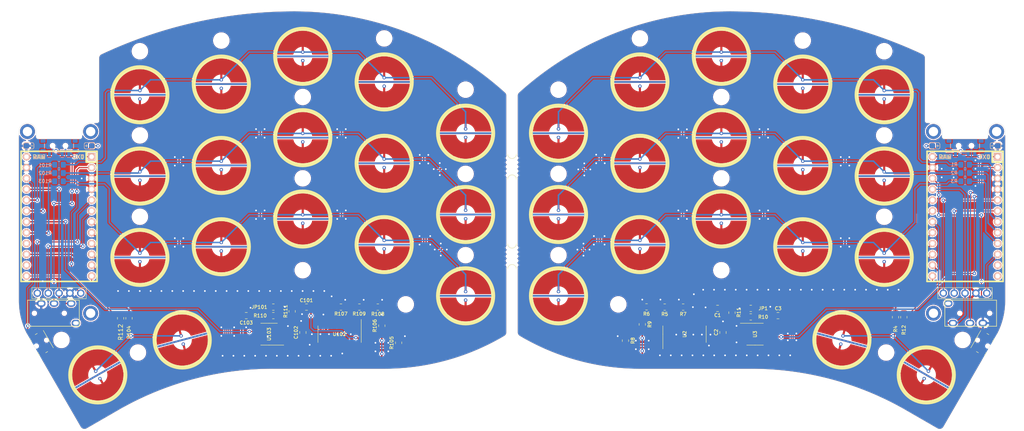
<source format=kicad_pcb>
(kicad_pcb (version 20221018) (generator pcbnew)
  (layers (0 "F.Cu" signal) (31 "B.Cu" signal) (34 "B.Paste" user) (35 "F.Paste" user) (36 "B.SilkS" user "B.Silkscreen") (37 "F.SilkS" user "F.Silkscreen") (38 "B.Mask" user) (39 "F.Mask" user) (44 "Edge.Cuts" user))
  (net 0 "")
  (net 1 "+3.3V")
  (net 2 "GND")
  (net 3 "APLEX_OUT_PIN_0")
  (net 4 "MOSI")
  (net 5 "SCK")
  (net 6 "CS")
  (net 8 "BAT+")
  (net 9 "RAW")
  (net 10 "Net-(R1-Pad1)")
  (net 11 "ROW0")
  (net 12 "ROW1")
  (net 13 "Net-(R2-Pad2)")
  (net 14 "ROW2")
  (net 15 "Net-(R3-Pad2)")
  (net 16 "COL0")
  (net 17 "COL1")
  (net 18 "COL2")
  (net 19 "COL3")
  (net 20 "COL4")
  (net 21 "Net-(JP1-A)")
  (net 22 "ADC")
  (net 23 "DATA")
  (net 24 "RESET")
  (net 25 "APLEX_EN_PIN_0")
  (net 26 "AMUX_SEL_2")
  (net 27 "AMUX_SEL_1")
  (net 28 "AMUX_SEL_0")
  (net 29 "Net-(R4-Pad2)")
  (net 30 "ROW3")
  (net 31 "BAT+_R")
  (net 32 "APLEX_OUT_PIN_0_R")
  (net 33 "MOSI_R")
  (net 34 "SCK_R")
  (net 35 "CS_R")
  (net 37 "DATA_R")
  (net 38 "Net-(JP101-A)")
  (net 39 "ADC_R")
  (net 41 "RAW_R")
  (net 42 "Net-(R101-Pad1)")
  (net 43 "ROW0_R")
  (net 44 "ROW1_R")
  (net 45 "Net-(R102-Pad2)")
  (net 46 "ROW2_R")
  (net 47 "Net-(R103-Pad2)")
  (net 48 "ROW3_R")
  (net 49 "Net-(R104-Pad2)")
  (net 50 "COL3_R")
  (net 51 "COL2_R")
  (net 52 "COL4_R")
  (net 53 "COL0_R")
  (net 54 "COL1_R")
  (net 55 "RESET_R")
  (net 56 "APLEX_EN_PIN_0_R")
  (net 57 "AMUX_SEL_2_R")
  (net 58 "AMUX_SEL_1_R")
  (net 59 "AMUX_SEL_0_R")
  (net 60 "GND_R")
  (net 61 "+3.3V_R")
  (net 62 "HAND")
  (net 64 "POWER")
  (net 67 "POWER_R")
  (net 68 "HAND_R")
  (footprint "tako:bat_pin-" (layer "F.Cu") (at 24.317348 55.317965)
    (fp_text reference "BAT_HOLE-101" hide)
    (fp_text value "MountingHole_Pad" hide)
  )
  (footprint "tako:MountingHole_3.4mm" (layer "F.Cu") (at 127.068205 80.934031)
    (fp_text reference "H103" hide)
    (fp_text value "MountingHole")
  )
  (footprint "Resistor_SMD:R_0805_2012Metric_Pad1.20x1.40mm_HandSolder" (layer "F.Cu") (at 82.085241 93.090678 180)
    (fp_text reference "JP101")
    (fp_text value "Ext_Res")
  )
  (footprint "Capacitor_SMD:C_0805_2012Metric_Pad1.18x1.45mm_HandSolder" (layer "F.Cu") (at 200.150417 95.097533 180)
    (fp_text reference "C3")
    (fp_text value "100n")
  )
  (footprint "tako:MountingHole_3.4mm" (layer "F.Cu") (at 148.80141 42.164599)
    (fp_text reference "H1" hide)
    (fp_text value "MountingHole")
  )
  (footprint "Resistor_SMD:R_0805_2012Metric_Pad1.20x1.40mm_HandSolder" (layer "F.Cu") (at 229.601834 95.464598 -90)
    (fp_text reference "R12")
    (fp_text value "5.1k")
  )
  (footprint "Resistor_SMD:R_0805_2012Metric_Pad1.20x1.40mm_HandSolder" (layer "F.Cu") (at 97.903272 93.090677)
    (fp_text reference "R107")
    (fp_text value "100k")
  )
  (footprint "tako:ecs_pad_1U_no_ring" (layer "F.Cu") (at 225.001416 43.358534 90)
    (fp_text reference "SW5")
    (fp_text value "EC_SW" hide)
  )
  (footprint "tako:ecs_pad_1U_no_ring" (layer "F.Cu") (at 186.901417 72.458533 90)
    (fp_text reference "SW13")
    (fp_text value "EC_SW" hide)
  )
  (footprint "tako:ecs_pad_1U_no_ring" (layer "F.Cu") (at 127.068207 90.459037 90)
    (fp_text reference "SW111")
    (fp_text value "EC_SW" hide)
  )
  (footprint "tako:ecs_pad_1U_no_ring" (layer "F.Cu") (at 167.851418 78.459041 90)
    (fp_text reference "SW12")
    (fp_text value "EC_SW" hide)
  )
  (footprint "tako:ecs_pad_1U_no_ring" (layer "F.Cu") (at 88.968214 34.358537 90)
    (fp_text reference "SW103")
    (fp_text value "EC_SW" hide)
  )
  (footprint "tako:MountingHole_3.4mm" (layer "F.Cu") (at 127.068217 61.884032)
    (fp_text reference "H102" hide)
    (fp_text value "MountingHole")
  )
  (footprint "Button_Switch_SMD:Panasonic_EVQPUL_EVQPUC" (layer "F.Cu") (at 248.031796 101.526187 -120)
    (fp_text reference "RSW1" hide)
    (fp_text value "Reset")
  )
  (footprint "Package_SO:SOIC-8_3.9x4.9mm_P1.27mm" (layer "F.Cu") (at 81.085241 99.435678 180)
    (fp_text reference "U103")
    (fp_text value "OPA350")
  )
  (footprint "tako:ecs_pad_1U_no_ring" (layer "F.Cu") (at 205.95142 40.858545 90)
    (fp_text reference "SW4")
    (fp_text value "EC_SW" hide)
  )
  (footprint "tako:ecs_pad_1U_no_ring" (layer "F.Cu") (at 225.001418 81.458537 90)
    (fp_text reference "SW15")
    (fp_text value "EC_SW" hide)
  )
  (footprint "tako:ecs_pad_1U_no_ring" (layer "F.Cu") (at 148.801419 71.409034 90)
    (fp_text reference "SW6")
    (fp_text value "EC_SW" hide)
  )
  (footprint "Resistor_SMD:R_0805_2012Metric_Pad1.20x1.40mm_HandSolder" (layer "F.Cu") (at 102.219208 93.090677)
    (fp_text reference "R109")
    (fp_text value "100k")
  )
  (footprint "tako:mouse-bite-5mm-slot-with-space-for-track" (layer "F.Cu") (at 137.931417 60.209033)
    (fp_text reference "mouse-bite-2mm-slot" hide)
    (fp_text value "VAL**" hide)
  )
  (footprint "Resistor_SMD:R_0805_2012Metric_Pad1.20x1.40mm_HandSolder" (layer "F.Cu") (at 177.966353 93.090676 180)
    (fp_text reference "R7")
    (fp_text value "100k")
  )
  (footprint "Package_SO:SOIC-8_3.9x4.9mm_P1.27mm" (layer "F.Cu") (at 194.784384 99.435677)
    (fp_text reference "U3")
    (fp_text value "OPA350")
  )
  (footprint "tako:bat_pin+" (layer "F.Cu") (at 236.278776 55.317965)
    (fp_text reference "BAT_HOLE+1" hide)
    (fp_text value "MountingHole_Pad" hide)
  )
  (footprint "tako:ecs_pad_1U_no_ring" (layer "F.Cu") (at 50.868209 43.358536 90)
    (fp_text reference "SW105")
    (fp_text value "EC_SW" hide)
  )
  (footprint "tako:MountingHole_3.4mm" (layer "F.Cu") (at 205.951419 30.664599)
    (fp_text reference "H9" hide)
    (fp_text value "MountingHole")
  )
  (footprint "tako:MountingHole_3.4mm" (layer "F.Cu") (at 50.868207 33.164598)
    (fp_text reference "H110" hide)
    (fp_text value "MountingHole")
  )
  (footprint "tako:ecs_pad_1U_no_ring" (layer "F.Cu") (at 69.918205 40.858545 90)
    (fp_text reference "SW104")
    (fp_text value "EC_SW" hide)
  )
  (footprint "tako:M2_hole_3.5mm" (layer "F.Cu") (at 39.343757 51.979074)
    (fp_text reference "H115" hide)
    (fp_text value "MountingHole" hide)
  )
  (footprint "tako:ecs_pad_1U_no_ring" (layer "F.Cu") (at 186.90141 34.358537 90)
    (fp_text reference "SW3")
    (fp_text value "EC_SW" hide)
  )
  (footprint "tako:MountingHole_3.4mm" (layer "F.Cu") (at 88.968208 84.458533)
    (fp_text reference "H108" hide)
    (fp_text value "MountingHole")
  )
  (footprint "tako:ecs_pad_1U_no_ring_90deg" (layer "F.Cu") (at 41.018244 108.978926 -150)
    (fp_text reference "SW116")
    (fp_text value "EC_SW" hide)
  )
  (footprint "tako:MountingHole_3.4mm" (layer "F.Cu") (at 225.001418 33.164599)
    (fp_text reference "H10" hide)
    (fp_text value "MountingHole")
  )
  (footprint "tako:M2_hole_3.5mm" (layer "F.Cu") (at 236.525869 94.537965 90)
    (fp_text reference "H17" hide)
    (fp_text value "MountingHole" hide)
  )
  (footprint "tako:ecs_pad_1U_no_ring" (layer "F.Cu") (at 148.801418 90.459037 90)
    (fp_text reference "SW11")
    (fp_text value "EC_SW" hide)
  )
  (footprint "Resistor_SMD:R_0805_2012Metric_Pad1.20x1.40mm_HandSolder" (layer "F.Cu") (at 111.40327 101.459037 90)
    (fp_text reference "R105")
    (fp_text value "100k")
  )
  (footprint "Resistor_SMD:R_0805_2012Metric_Pad1.20x1.40mm_HandSolder" (layer "F.Cu") (at 82.085241 95.090677 180)
    (fp_text reference "R110")
    (fp_text value "100k")
  )
  (footprint "Capacitor_SMD:C_0805_2012Metric_Pad1.18x1.45mm_HandSolder" (layer "F.Cu") (at 89.001417 99.040676 90)
    (fp_text reference "C102")
    (fp_text value "220p")
  )
  (footprint "tako:MountingHole_3.4mm" (layer "F.Cu") (at 113.068207 92.45904)
    (fp_text reference "H105" hide)
    (fp_text value "MountingHole")
  )
  (footprint "tako:MountingHole_3.4mm" (layer "F.Cu") (at 225.459764 103.741635 -22.5)
    (fp_text reference "H13" hide)
    (fp_text value "MountingHole")
  )
  (footprint "tako:MountingHole_3.4mm" (layer "F.Cu") (at 148.801408 61.884033)
    (fp_text reference "H2" hide)
    (fp_text value "MountingHole")
  )
  (footprint "tako:MountingHole_3.4mm" (layer "F.Cu") (at 50.868209 71.933536)
    (fp_text reference "H112" hide)
    (fp_text value "MountingHole")
  )
  (footprint "tako:MountingHole_3.4mm" (layer "F.Cu") (at 162.801418 92.45904)
    (fp_text reference "H5" hide)
    (fp_text value "MountingHole")
  )
  (footprint "Capacitor_SMD:C_0805_2012Metric_Pad1.18x1.45mm_HandSolder" (layer "F.Cu") (at 186.021883 93.397533)
    (fp_text reference "C1")
    (fp_text value "100n")
  )
  (footprint "Resistor_SMD:R_0805_2012Metric_Pad1.20x1.40mm_HandSolder" (layer "F.Cu") (at 106.535144 93.090677)
    (fp_text reference "R108")
    (fp_text value "100k")
  )
  (footprint "tako:MountingHole_3.4mm" (layer "F.Cu") (at 50.40986 103.741635 -22.5)
    (fp_text reference "H113" hide)
    (fp_text value "MountingHole")
  )
  (footprint "tako:M2_hole_3.5mm" (layer "F.Cu") (at 24.562432 51.978619)
    (fp_text reference "H116" hide)
    (fp_text value "MountingHole" hide)
  )
  (footprint "tako:MountingHole_3.4mm" (layer "F.Cu") (at 108.01821 30.164599)
    (fp_text reference "H104" hide)
    (fp_text value "MountingHole")
  )
  (footprint "tako:MountingHole_3.4mm" (layer "F.Cu") (at 88.968214 62.933537)
    (fp_text reference "H107" hide)
    (fp_text value "MountingHole")
  )
  (footprint "Resistor_SMD:R_0805_2012Metric_Pad1.20x1.40mm_HandSolder" (layer "F.Cu") (at 168.400417 97.147533 90)
    (fp_text reference "R9")
    (fp_text value "100k")
  )
  (footprint "tako:M2_hole_3.5mm" (layer "F.Cu") (at 236.525868 51.979073)
    (fp_text reference "H15" hide)
    (fp_text value "MountingHole" hide)
  )
  (footprint "Resistor_SMD:R_0805_2012Metric_Pad1.20x1.40mm_HandSolder" (layer "F.Cu") (at 169.400417 93.041033 180)
    (fp_text reference "R6")
    (fp_text value "100k")
  )
  (footprint "tako:ecs_pad_1U_no_ring" (layer "F.Cu") (at 167.851413 40.35904 90)
    (fp_text reference "SW2")
    (fp_text value "EC_SW" hide)
  )
  (footprint "tako:TRRS-PJ-320A" (layer "F.Cu") (at 251.284384 94.537965 -90)
    (fp_text reference "J1")
    (fp_text value "MJ-4PP-9")
  )
  (footprint "Capacitor_SMD:C_0805_2012Metric_Pad1.18x1.45mm_HandSolder" (layer "F.Cu") (at 187.284385 99.041033 90)
    (fp_text reference "C2")
    (fp_text value "220p")
  )
  (footprint "Resistor_SMD:R_0805_2012Metric_Pad1.20x1.40mm_HandSolder" (layer "F.Cu") (at 173.650417 93.090677 180)
    (fp_text reference "R5")
    (fp_text value "100k")
  )
  (footprint "tako:ecs_pad_1U_no_ring_90deg" (layer "F.Cu") (at 215.104458 100.799237 165)
    (fp_text reference "SW17")
    (fp_text value "EC_SW" hide)
  )
  (footprint "tako:ecs_pad_1U_no_ring" (layer "F.Cu") (at 205.951419 59.908534 90)
    (fp_text reference "SW9")
    (fp_text value "EC_SW" hide)
  )
  (footprint "tako:MountingHole_3.4mm" (layer "F.Cu") (at 243.350417 100.797533 -22.5)
    (fp_text reference "H14" hide)
    (fp_text value "MountingHole")
  )
  (footprint "tako:MountingHole_3.4mm" (layer "F.Cu") (at 32.519208 100.797532 -22.5)
    (fp_text reference "H114" hide)
    (fp_text value "MountingHole")
  )
  (footprint "tako:ecs_pad_1U_no_ring" (layer "F.Cu") (at 167.851418 59.409036 90)
    (fp_text reference "SW7")
    (fp_text value "EC_SW" hide)
  )
  (footprint "tako:ecs_pad_1U_no_ring" (layer "F.Cu") (at 205.951413 78.958535 90)
    (fp_text reference "SW14")
    (fp_text value "EC_SW" hide)
  )
  (footprint "tako:M2_hole_3.5mm" (layer "F.Cu") (at 39.343757 94.537965)
    (fp_text reference "H117" hide)
    (fp_text value "MountingHole" hide)
  )
  (footprint "tako:ecs_pad_1U_no_ring" (layer "F.Cu") (at 148.80141 52.359038 90)
    (fp_text reference "SW1")
    (fp_text value "EC_SW" hide)
  )
  (footprint "Resistor_SMD:R_0805_2012Metric_Pad1.20x1.40mm_HandSolder" (layer "F.Cu") (at 193.784383 95.397533)
    (fp_text reference "R10")
    (fp_text value "100k")
  )
  (footprint "tako:ecs_pad_1U_no_ring" (layer "F.Cu") (at 69.918212 78.958536 90)
    (fp_text reference "SW114")
    (fp_text value "EC_SW" hide)
  )
  (footprint "tako:MountingHole_3.4mm" (layer "F.Cu") (at 225.001416 71.933536)
    (fp_text reference "H12" hide)
    (fp_text value "MountingHole")
  )
  (footprint "Resistor_SMD:R_0805_2012Metric_Pad1.20x1.40mm_HandSolder" (layer "F.Cu") (at 86.48524 94.090678 90)
    (fp_text reference "R111")
    (fp_text value "1k")
  )
  (footprint "tako:MountingHole_3.4mm" (layer "F.Cu") (at 186.901412 43.883538)
    (fp_text reference "H6" hide)
    (fp_text value "MountingHole")
  )
  (footprint "tako:ecs_pad_1U_no_ring" (layer "F.Cu") (at 225.001418 62.408538 90)
    (fp_text reference "SW10")
    (fp_text value "EC_SW" hide)
  )
  (footprint "tako:ecs_pad_1U_no_ring" (layer "F.Cu") (at 108.018206 59.409036 90)
    (fp_text reference "SW107")
    (fp_text value "EC_SW" hide)
  )
  (footprint "tako:mouse-bite-5mm-slot-with-space-for-track" (layer "F.Cu") (at 137.931417 81.209033)
    (fp_text reference "mouse-bite-2mm-slot" hide)
    (fp_text value "VAL**" hide)
  )
  (footprint "tako:ecs_pad_1U_no_ring" (layer "F.Cu") (at 108.018212 40.35904 90)
    (fp_text reference "SW102")
    (fp_text value "EC_SW" hide)
  )
  (footprint "Resistor_SMD:R_0805_2012Metric_Pad1.20x1.40mm_HandSolder" (layer "F.Cu") (at 164.466355 100.957965 90)
    (fp_text reference "R8")
    (fp_text value "100k")
  )
  (footprint "tako:MountingHole_3.4mm" (layer "F.Cu") (at 127.068214 42.164599)
    (fp_text reference "H101" hide)
    (fp_text value "MountingHole")
  )
  (footprint "Package_SO:SOIC-16_3.9x9.9mm_P1.27mm" (layer "F.Cu") (at 178.284384 99.435678 90)
    (fp_text reference "U2")
    (fp_text value "74HC4051")
  )
  (footprint "Resistor_SMD:R_0805_2012Metric_Pad1.20x1.40mm_HandSolder" (layer "F.Cu") (at 193.784383 93.397533)
    (fp_text reference "JP1")
    (fp_text value "Ext_Res")
  )
  (footprint "tako:bat_pin+" (layer "F.Cu") (at 39.590848 55.317965 180)
    (fp_text reference "BAT_HOLE+101" hide)
    (fp_text value "MountingHole_Pad" hide)
  )
  (footprint "tako:MountingHole_3.4mm" (layer "F.Cu") (at 167.851415 30.164599)
    (fp_text reference "H4" hide)
    (fp_text value "MountingHole")
  )
  (footprint "tako:ecs_pad_1U_no_ring" (layer "F.Cu") (at 69.918205 59.908534 90)
    (fp_text reference "SW109")
    (fp_text value "EC_SW" hide)
  )
  (footprint "tako:MountingHole_3.4mm" (layer "F.Cu") (at 225.001419 52.883537)
    (fp_text reference "H11" hide)
    (fp_text value "MountingHole")
  )
  (footprint "tako:ecs_pad_1U_no_ring" (layer "F.Cu") (at 186.901414 53.408541 90)
    (fp_text reference "SW8")
    (fp_text value "EC_SW" hide)
  )
  (footprint "tako:nice_view" (layer "F.Cu") (at 243.916198 73.351176)
    (fp_text reference "DISP1")
    (fp_text value "nice!view" hide)
  )
  (footprint "tako:nice_view" (layer "F.Cu") (at 31.953427 73.351177)
    (fp_text reference "DISP101")
    (fp_text value "nice!view" hide)
  )
  (footprint "Capacitor_SMD:C_0805_2012Metric_Pad1.18x1.45mm_HandSolder" (layer "F.Cu") (at 89.847741 93.090677 180)
    (fp_text reference "C101")
    (fp_text value "100n")
  )
  (footprint "tako:ecs_pad_1U_no_ring" (layer "F.Cu") (at 108.018207 78.45904 90)
    (fp_text reference "SW112")
    (fp_text value "EC_SW" hide)
  )
  (footprint "tako:ecs_pad_1U_no_ring_90deg" (layer "F.Cu") (at 60.765166 100.799237 -165)
    (fp_text reference "SW117")
    (fp_text value "EC_SW" hide)
  )
  (footprint "tako:MountingHole_3.4mm" (layer "F.Cu") (at 69.918205 30.664599)
    (fp_text reference "H109" hide)
    (fp_text value "MountingHole")
  )
  (footprint "tako:M2_hole_3.5mm" (layer "F.Cu") (at 251.307193 51.978619)
    (fp_text reference "H16" hide)
    (fp_text value "MountingHole" hide)
  )
  (footprint "tako:ecs_pad_1U_no_ring" (layer "F.Cu") (at 88.96821 53.408541 90)
    (fp_text reference "SW108")
    (fp_text value "EC_SW" hide)
  )
  (footprint "tako:ecs_pad_1U_no_ring" (layer "F.Cu") (at 127.068205 71.409034 90)
    (fp_text reference "SW106")
    (fp_text value "EC_SW" hide)
  )
  (footprint "tako:MountingHole_3.4mm" (layer "F.Cu") (at 186.901411 62.933537)
    (fp_text reference "H7" hide)
    (fp_text value "MountingHole")
  )
  (footprint "tako:ecs_pad_1U_no_ring" (layer "F.Cu") (at 127.068215 52.359038 90)
    (fp_text reference "SW101")
    (fp_text value "EC_SW" hide)
  )
  (footprint "tako:bat_pin-" (layer "F.Cu") (at 251.552277 55.317965 180)
    (fp_text reference "BAT_HOLE-1" hide)
    (fp_text value "MountingHole_Pad" hide)
  )
  (footprint "Capacitor_SMD:C_0805_2012Metric_Pad1.18x1.45mm_HandSolder" (layer "F.Cu") (at 75.751417 95.090677)
    (fp_text reference "C103")
    (fp_text value "100n")
  )
  (footprint "tako:TRRS-PJ-320A" (layer "F.Cu") (at 24.58524 94.537965 90)
    (fp_text reference "J101")
    (fp_text value "MJ-4PP-9")
  )
  (footprint "Button_Switch_SMD:Panasonic_EVQPUL_EVQPUC" (layer "F.Cu") (at 27.837829 101.526186 120)
    (fp_text reference "RSW101" hide)
    (fp_text value "Reset")
  )
  (footprint "tako:MountingHole_3.4mm" (layer "F.Cu") (at 50.868206 52.883537)
    (fp_text reference "H111" hide)
    (fp_text value "MountingHole")
  )
  (footprint "tako:ecs_pad_1U_no_ring_90deg" (layer "F.Cu") (at 234.851382 108.978927 150)
    (fp_text reference "SW16")
    (fp_text value "EC_SW" hide)
  )
  (footprint "Package_SO:SOIC-16_3.9x9.9mm_P1.27mm" (layer "F.Cu") (at 97.585241 99.435678 -90)
    (fp_text reference "U102")
    (fp_text value "74HC4051")
  )
  (footprint "Resistor_SMD:R_0805_2012Metric_Pad1.20x1.40mm_HandSolder" (layer "F.Cu") (at 189.384385 94.397533 90)
    (fp_text reference "R11")
    (fp_text value "1k")
  )
  (footprint "Resistor_SMD:R_0805_2012Metric_Pad1.20x1.40mm_HandSolder" (layer "F.Cu") (at 107.469208 97.457965 90)
    (fp_text reference "R106")
    (fp_text value "100k")
  )
  (footprint "tako:MountingHole_3.4mm" (layer "F.Cu") (at 148.801419 80.934031)
    (fp_text reference "H3" hide)
    (fp_text value "MountingHole")
  )
  (footprint "Resistor_SMD:R_0805_2012Metric_Pad1.20x1.40mm_HandSolder" (layer "F.Cu") (at 227.651417 95.458533 -90)
    (fp_text reference "R4")
    (fp_text value "100")
  )
  (footprint "Resistor_SMD:R_0805_2012Metric_Pad1.20x1.40mm_HandSolder" (layer "F.Cu") (at 48.319991 95.714598 -90)
    (fp_text reference "R104")
    (fp_text value "100")
  )
  (footprint "Resistor_SMD:R_0805_2012Metric_Pad1.20x1.40mm_HandSolder" (layer "F.Cu") (at 46.351834 95.714598 -90)
    (fp_text reference "R112")
    (fp_text value "5.1k")
  )
  (footprint "tako:MountingHole_3.4mm" (layer "F.Cu") (at 186.901417 84.458533)
    (fp_text reference "H8" hide)
    (fp_text value "MountingHole")
  )
  (footprint "tako:ecs_pad_1U_no_ring" (layer "F.Cu") (at 50.868206 81.458536 90)
    (fp_text reference "SW115")
    (fp_text value "EC_SW" hide)
  )
  (footprint "tako:MountingHole_3.4mm" (layer "F.Cu") (at 88.968213 43.883537)
    (fp_text reference "H106" hide)
    (fp_text value "MountingHole")
  )
  (footprint "tako:ecs_pad_1U_no_ring" (layer "F.Cu") (at 88.968208 72.458534 90)
    (fp_text reference "SW113")
    (fp_text value "EC_SW" hide)
  )
  (footprint "tako:ecs_pad_1U_no_ring" (layer "F.Cu") (at 50.868206 62.408538 90)
    (fp_text reference "SW110")
    (fp_text value "EC_SW" hide)
  )
  (footprint "tako:SW_SPDT_SMD_PCM12" (layer "B.Cu") (at 243.916449 55.640678)
    (fp_text reference "PSW1" hide)
    (fp_text value "SW_SPDT")
  )
  (footprint "Resistor_SMD:R_0805_2012Metric_Pad1.20x1.40mm_HandSolder" (layer "B.Cu") (at 31.93524 59.740677 180)
    (fp_text reference "R101")
    (fp_text value "100")
  )
  (footprint "tako:SW_SPDT_SMD_PCM12" (layer "B.Cu") (at 31.953177 55.640677)
    (fp_text reference "PSW101" hide)
    (fp_text value "SW_SPDT")
  )
  (footprint "Resistor_SMD:R_0805_2012Metric_Pad1.20x1.40mm_HandSolder" (layer "B.Cu") (at 31.935243 61.690677)
    (fp_text reference "R102")
    (fp_text value "100")
  )
  (footprint "tako:ArduinoProMicro" (layer "B.Cu") (at 243.916445 71.842202 -90)
    (fp_text reference "U1" hide)
    (fp_text value "STeMCell" hide)
  )
  (footprint "Resistor_SMD:R_0805_2012Metric_Pad1.20x1.40mm_HandSolder" (layer "B.Cu") (at 243.934385 63.640677 180)
    (fp_text reference "R3")
    (fp_text value "100")
  )
  (footprint "tako:ArduinoProMicro" (layer "B.Cu") (at 31.953179 71.842202 -90)
    (fp_text reference "U101" hide)
    (fp_text value "STeMCell" hide)
  )
  (footprint "Resistor_SMD:R_0805_2012Metric_Pad1.20x1.40mm_HandSolder" (layer "B.Cu") (at 243.934383 61.690679 180)
    (fp_text reference "R2")
    (fp_text value "100")
  )
  (footprint "Resistor_SMD:R_0805_2012Metric_Pad1.20x1.40mm_HandSolder" (layer "B.Cu") (at 243.934384 59.740677)
    (fp_text reference "R1")
    (fp_text value "100")
  )
  (footprint "Resistor_SMD:R_0805_2012Metric_Pad1.20x1.40mm_HandSolder" (layer "B.Cu") (at 31.935239 63.640677)
    (fp_text reference "R103")
    (fp_text value "100")
  )
  (gr_line (start 136.98231 57.664599) (end 136.59281 57.664599) (stroke (width 0.05)) (layer "Edge.Cuts"))
  (gr_arc (start 188.901158 23.833115) (mid 211.978978 26.374766) (end 233.950613 33.877633) (stroke (width 0.05)) (layer "Edge.Cuts"))
  (gr_line (start 139.276808 83.744598) (end 139.27681 98.984189) (stroke (width 0.05)) (layer "Edge.Cuts"))
  (gr_line (start 139.276808 78.6646) (end 139.27681 62.744598) (stroke (width 0.05)) (layer "Edge.Cuts"))
  (gr_line (start 22.562813 91.763347) (end 22.562496 51.978582) (stroke (width 0.05)) (layer "Edge.Cuts"))
  (gr_line (start 139.276809 57.664599) (end 138.887309 57.664599) (stroke (width 0.05)) (layer "Edge.Cuts"))
  (gr_line (start 234.525871 49.47907) (end 234.525871 34.783208) (stroke (width 0.05)) (layer "Edge.Cuts"))
  (gr_arc (start 139.75021 99.833544) (mid 139.403165 99.470371) (end 139.27681 98.984189) (stroke (width 0.05)) (layer "Edge.Cuts"))
  (gr_arc (start 249.307002 51.978433) (mid 249.892823 50.564171) (end 251.307138 49.978446) (stroke (width 0.05)) (layer "Edge.Cuts"))
  (gr_arc (start 167.851723 107.534532) (mid 153.28293 105.574398) (end 139.75021 99.833544) (stroke (width 0.05)) (layer "Edge.Cuts"))
  (gr_line (start 193.913604 107.534192) (end 167.851723 107.534532) (stroke (width 0.05)) (layer "Edge.Cuts"))
  (gr_arc (start 136.269009 42.847633) (mid 136.50833 43.181933) (end 136.592809 43.584288) (stroke (width 0.05)) (layer "Edge.Cuts"))
  (gr_line (start 139.276815 43.584288) (end 139.276809 57.664599) (stroke (width 0.05)) (layer "Edge.Cuts"))
  (gr_arc (start 37.343825 51.979033) (mid 37.929543 50.56472) (end 39.34381 49.978897) (stroke (width 0.05)) (layer "Edge.Cuts"))
  (gr_line (start 235.025875 49.979071) (end 236.525814 49.978897) (stroke (width 0.05)) (layer "Edge.Cuts"))
  (gr_line (start 237.471832 121.48933) (end 230.089144 117.226928) (stroke (width 0.05)) (layer "Edge.Cuts"))
  (gr_arc (start 41.343754 49.479069) (mid 41.197306 49.832613) (end 40.843749 49.979071) (stroke (width 0.05)) (layer "Edge.Cuts"))
  (gr_arc (start 236.525814 49.978897) (mid 237.940089 50.564708) (end 238.525799 51.979033) (stroke (width 0.05)) (layer "Edge.Cuts"))
  (gr_line (start 238.837864 121.123295) (end 251.560119 99.08751) (stroke (width 0.05)) (layer "Edge.Cuts"))
  (gr_arc (start 27.062802 53.728357) (mid 26.709285 53.581882) (end 26.562796 53.228362) (stroke (width 0.05)) (layer "Edge.Cuts"))
  (gr_line (start 26.562623 51.978433) (end 26.562796 53.228362) (stroke (width 0.05)) (layer "Edge.Cuts"))
  (gr_arc (start 86.968467 23.833115) (mid 113.388613 28.751471) (end 136.269009 42.847633) (stroke (width 0.05)) (layer "Edge.Cuts"))
  (gr_line (start 136.592815 98.984188) (end 136.592808 83.744599) (stroke (width 0.05)) (layer "Edge.Cuts"))
  (gr_arc (start 136.119416 99.833544) (mid 122.5867 105.574409) (end 108.017902 107.534532) (stroke (width 0.05)) (layer "Edge.Cuts"))
  (gr_line (start 239.025981 53.728961) (end 248.806823 53.728358) (stroke (width 0.05)) (layer "Edge.Cuts"))
  (gr_arc (start 238.837864 121.123295) (mid 238.230678 121.589312) (end 237.471832 121.48933) (stroke (width 0.05)) (layer "Edge.Cuts"))
  (gr_arc (start 253.306811 91.763347) (mid 252.849725 95.5247) (end 251.560119 99.08751) (stroke (width 0.05)) (layer "Edge.Cuts"))
  (gr_arc (start 139.276815 43.584288) (mid 139.361339 43.18195) (end 139.600617 42.847633) (stroke (width 0.05)) (layer "Edge.Cuts"))
  (gr_arc (start 136.592815 98.984188) (mid 136.466467 99.470368) (end 136.119416 99.833544) (stroke (width 0.05)) (layer "Edge.Cuts"))
  (gr_arc (start 24.309505 99.08751) (mid 23.019898 95.5247) (end 22.562813 91.763347) (stroke (width 0.05)) (layer "Edge.Cuts"))
  (gr_line (start 108.017902 107.534532) (end 81.956022 107.534191) (stroke (width 0.05)) (layer "Edge.Cuts"))
  (gr_arc (start 136.98231 62.744599) (mid 137.93481 62.099807) (end 138.887309 62.744599) (stroke (width 0.05)) (layer "Edge.Cuts"))
  (gr_line (start 253.307128 51.978582) (end 253.306811 91.763347) (stroke (width 0.05)) (layer "Edge.Cuts"))
  (gr_arc (start 38.397793 121.48933) (mid 37.638942 121.589333) (end 37.03176 121.123295) (stroke (width 0.05)) (layer "Edge.Cuts"))
  (gr_arc (start 41.919011 33.877633) (mid 63.890645 26.374757) (end 86.968467 23.833115) (stroke (width 0.05)) (layer "Edge.Cuts"))
  (gr_arc (start 235.025875 49.979071) (mid 234.672339 49.832615) (end 234.525871 49.47907) (stroke (width 0.05)) (layer "Edge.Cuts"))
  (gr_arc (start 45.78048 117.226928) (mid 63.230242 109.999363) (end 81.956022 107.534191) (stroke (width 0.05)) (layer "Edge.Cuts"))
  (gr_arc (start 193.913604 107.534192) (mid 212.639386 109.999356) (end 230.089144 117.226928) (stroke (width 0.05)) (layer "Edge.Cuts"))
  (gr_line (start 136.982307 78.6646) (end 136.592807 78.6646) (stroke (width 0.05)) (layer "Edge.Cuts"))
  (gr_arc (start 138.887309 57.664599) (mid 137.934804 58.309592) (end 136.982309 57.6646) (stroke (width 0.05)) (layer "Edge.Cuts"))
  (gr_line (start 27.062802 53.728357) (end 36.843644 53.728961) (stroke (width 0.05)) (layer "Edge.Cuts"))
  (gr_line (start 238.525799 51.979033) (end 238.525971 53.228963) (stroke (width 0.05)) (layer "Edge.Cuts"))
  (gr_line (start 41.343754 34.783207) (end 41.343754 49.479069) (stroke (width 0.05)) (layer "Edge.Cuts"))
  (gr_line (start 139.27681 62.744598) (end 138.887311 62.744598) (stroke (width 0.05)) (layer "Edge.Cuts"))
  (gr_arc (start 249.306829 53.228362) (mid 249.160358 53.581908) (end 248.806823 53.728358) (stroke (width 0.05)) (layer "Edge.Cuts"))
  (gr_line (start 136.98231 62.744599) (end 136.59281 62.744599) (stroke (width 0.05)) (layer "Edge.Cuts"))
  (gr_line (start 37.343653 53.228963) (end 37.343825 51.979033) (stroke (width 0.05)) (layer "Edge.Cuts"))
  (gr_arc (start 239.025981 53.728961) (mid 238.672411 53.582513) (end 238.525971 53.228963) (stroke (width 0.05)) (layer "Edge.Cuts"))
  (gr_line (start 136.982308 83.744599) (end 136.592808 83.744599) (stroke (width 0.05)) (layer "Edge.Cuts"))
  (gr_arc (start 136.982309 83.7446) (mid 137.934804 83.099719) (end 138.887306 83.744601) (stroke (width 0.05)) (layer "Edge.Cuts"))
  (gr_line (start 45.78048 117.226928) (end 38.397793 121.48933) (stroke (width 0.05)) (layer "Edge.Cuts"))
  (gr_line (start 136.59281 57.664599) (end 136.592809 43.584288) (stroke (width 0.05)) (layer "Edge.Cuts"))
  (gr_arc (start 138.887306 78.664601) (mid 137.934802 79.309527) (end 136.982308 78.664599) (stroke (width 0.05)) (layer "Edge.Cuts"))
  (gr_arc (start 139.600617 42.847633) (mid 162.481014 28.751472) (end 188.901158 23.833115) (stroke (width 0.05)) (layer "Edge.Cuts"))
  (gr_arc (start 24.562486 49.978446) (mid 25.976809 50.564156) (end 26.562623 51.978433) (stroke (width 0.05)) (layer "Edge.Cuts"))
  (gr_arc (start 233.950613 33.877633) (mid 234.369943 34.246762) (end 234.525871 34.783208) (stroke (width 0.05)) (layer "Edge.Cuts"))
  (gr_arc (start 251.307138 49.978446) (mid 252.721327 50.564351) (end 253.307128 51.978582) (stroke (width 0.05)) (layer "Edge.Cuts"))
  (gr_line (start 249.306829 53.228362) (end 249.307002 51.978433) (stroke (width 0.05)) (layer "Edge.Cuts"))
  (gr_arc (start 41.343754 34.783207) (mid 41.499692 34.246761) (end 41.919011 33.877633) (stroke (width 0.05)) (layer "Edge.Cuts"))
  (gr_line (start 139.276808 78.6646) (end 138.887307 78.6646) (stroke (width 0.05)) (layer "Edge.Cuts"))
  (gr_line (start 136.59281 62.744599) (end 136.592807 78.6646) (stroke (width 0.05)) (layer "Edge.Cuts"))
  (gr_line (start 24.309505 99.08751) (end 37.03176 121.123295) (stroke (width 0.05)) (layer "Edge.Cuts"))
  (gr_line (start 39.34381 49.978897) (end 40.843749 49.979071) (stroke (width 0.05)) (layer "Edge.Cuts"))
  (gr_arc (start 22.562496 51.978582) (mid 23.148313 50.564365) (end 24.562486 49.978446) (stroke (width 0.05)) (layer "Edge.Cuts"))
  (gr_line (start 139.276808 83.744598) (end 138.887308 83.744599) (stroke (width 0.05)) (layer "Edge.Cuts"))
  (gr_arc (start 37.343653 53.228963) (mid 37.197205 53.582512) (end 36.843644 53.728961) (stroke (width 0.05)) (layer "Edge.Cuts"))
  (gr_text "TAKO\nREV 1.0\nBY SSBB" (at 80.851834 84.5) (layer "F.Cu") (effects (font (size 0.8 0.8)) (justify left)))
  (gr_text "TAKO\nREV 1.0\nBY SSBB" (at 189.551834 84.5) (layer "F.Cu") (effects (font (size 0.8 0.8)) (justify left)))
  (segment (start 241.084384 96.837964) (end 231.340849 96.837965) (width 0.35) (layer "F.Cu") (net 1))
  (segment (start 231.340849 96.837965) (end 230.967482 96.464598) (width 0.35) (layer "F.Cu") (net 1))
  (segment (start 230.967482 96.464598) (end 229.601834 96.464598) (width 0.35) (layer "F.Cu") (net 1))
  (segment (start 243.916198 89.831177) (end 243.916199 94.956151) (width 0.35) (layer "B.Cu") (net 1))
  (segment (start 243.916199 94.956151) (end 242.034384 96.837965) (width 0.35) (layer "B.Cu") (net 1))
  (segment (start 243.916198 66.678964) (end 243.916198 89.831177) (width 0.35) (layer "B.Cu") (net 1))
  (segment (start 236.296445 65.492202) (end 242.729436 65.492202) (width 0.35) (layer "B.Cu") (net 1))
  (segment (start 242.034384 96.837965) (end 241.084384 96.837964) (width 0.35) (layer "B.Cu") (net 1))
  (segment (start 242.729436 65.492202) (end 243.916198 66.678964) (width 0.35) (layer "B.Cu") (net 1))
  (via (at 246.351834 58.714598) (size 0.8) (drill 0.4) (layers "F.Cu" "B.Cu") (net 2))
  (via (at 180.250417 93.097533) (size 0.8) (drill 0.4) (layers "F.Cu" "B.Cu") (net 2))
  (via (at 172.650417 91.341034) (size 0.8) (drill 0.4) (layers "F.Cu" "B.Cu") (net 2))
  (via (at 220.751417 89.028532) (size 0.8) (drill 0.4) (layers "F.Cu" "B.Cu") (net 2))
  (via (at 178.838125 70.449143) (size 0.8) (drill 0.4) (layers "F.Cu" "B.Cu") (net 2))
  (via (at 215.671417 89.028532) (size 0.8) (drill 0.4) (layers "F.Cu" "B.Cu") (net 2))
  (via (at 166.900417 100.957965) (size 0.8) (drill 0.4) (layers "F.Cu" "B.Cu") (net 2))
  (via (at 159.618125 57.399143) (size 0.8) (drill 0.4) (layers "F.Cu" "B.Cu") (net 2))
  (via (at 172.530417 104.397533) (size 0.8) (drill 0.4) (layers "F.Cu" "B.Cu") (net 2))
  (via (at 218.211417 89.028533) (size 0.8) (drill 0.4) (layers "F.Cu" "B.Cu") (net 2))
  (via (at 214.838125 57.949143) (size 0.8) (drill 0.4) (layers "F.Cu" "B.Cu") (net 2))
  (via (at 216.838126 59.949143) (size 0.8) (drill 0.4) (layers "F.Cu" "B.Cu") (net 2))
  (via (at 225.831417 89.028532) (size 0.8) (drill 0.4) (layers "F.Cu" "B.Cu") (net 2))
  (via (at 210.591417 89.028532) (size 0.8) (drill 0.4) (layers "F.Cu" "B.Cu") (net 2))
  (via (at 156.251605 60.848593) (size 0.8) (drill 0.4) (layers "F.Cu" "B.Cu") (net 2))
  (via (at 204.451417 100.881177) (size 0.8) (drill 0.4) (layers "F.Cu" "B.Cu") (net 2))
  (via (at 162.650417 99.897533) (size 0.8) (drill 0.4) (layers "F.Cu" "B.Cu") (net 2))
  (via (at 159.578125 78.459144) (size 0.8) (drill 0.4) (layers "F.Cu" "B.Cu") (net 2))
  (via (at 198.352276 93.007965) (size 0.8) (drill 0.4) (layers "F.Cu" "B.Cu") (net 2))
  (via (at 176.838125 70.449143) (size 0.8) (drill 0.4) (layers "F.Cu" "B.Cu") (net 2))
  (via (at 182.651417 89.028533) (size 0.8) (drill 0.4) (layers "F.Cu" "B.Cu") (net 2))
  (via (at 190.450417 97.497533) (size 0.8) (drill 0.4) (layers "F.Cu" "B.Cu") (net 2))
  (via (at 190.310417 104.397533) (size 0.8) (drill 0.4) (layers "F.Cu" "B.Cu") (net 2))
  (via (at 202.971417 89.028533) (size 0.8) (drill 0.4) (layers "F.Cu" "B.Cu") (net 2))
  (via (at 176.966353 91.341033) (size 0.8) (drill 0.4) (layers "F.Cu" "B.Cu") (net 2))
  (via (at 190.271416 89.028533) (size 0.8) (drill 0.4) (layers "F.Cu" "B.Cu") (net 2))
  (via (at 195.838125 70.449143) (size 0.8) (drill 0.4) (layers "F.Cu" "B.Cu") (net 2))
  (via (at 203.010417 104.397533) (size 0.8) (drill 0.4) (layers "F.Cu" "B.Cu") (net 2))
  (via (at 204.451418 99.281177) (size 0.8) (drill 0.4) (layers "F.Cu" "B.Cu") (net 2))
  (via (at 178.351417 99.539032) (size 0.8) (drill 0.4) (layers "F.Cu" "B.Cu") (net 2))
  (via (at 154.837392 59.434379) (size 0.8) (drill 0.4) (layers "F.Cu" "B.Cu") (net 2))
  (via (at 157.078125 76.459142) (size 0.8) (drill 0.4) (layers "F.Cu" "B.Cu") (net 2))
  (via (at 223.291417 89.028533) (size 0.8) (drill 0.4) (layers "F.Cu" "B.Cu") (net 2))
  (via (at 214.838127 59.949143) (size 0.8) (drill 0.4) (layers "F.Cu" "B.Cu") (net 2))
  (via (at 166.900417 102.957964) (size 0.8) (drill 0.4) (layers "F.Cu" "B.Cu") (net 2))
  (via (at 182.690417 104.397533) (size 0.8) (drill 0.4) (layers "F.Cu" "B.Cu") (net 2))
  (via (at 184.002277 102.107965) (size 0.8) (drill 0.4) (layers "F.Cu" "B.Cu") (net 2))
  (via (at 169.900417 102.957965) (size 0.8) (drill 0.4) (layers "F.Cu" "B.Cu") (net 2))
  (via (at 169.900417 100.957965) (size 0.8) (drill 0.4) (layers "F.Cu" "B.Cu") (net 2))
  (via (at 154.642875 78.225035) (size 0.8) (drill 0.4) (layers "F.Cu" "B.Cu") (net 2))
  (via (at 192.850417 104.397533) (size 0.8) (drill 0.4) (layers "F.Cu" "B.Cu") (net 2))
  (via (at 200.431417 89.028532) (size 0.8) (drill 0.4) (layers "F.Cu" "B.Cu") (net 2))
  (via (at 197.838125 72.449143) (size 0.8) (drill 0.4) (layers "F.Cu" "B.Cu") (net 2))
  (via (at 208.051417 89.028533) (size 0.8) (drill 0.4) (layers "F.Cu" "B.Cu") (net 2))
  (via (at 192.811417 89.028533) (size 0.8) (drill 0.4) (layers "F.Cu" "B.Cu") (net 2))
  (via (at 178.838126 72.449142) (size 0.8) (drill 0.4) (layers "F.Cu" "B.Cu") (net 2))
  (via (at 214.838127 78.949143) (size 0.8) (drill 0.4) (layers "F.Cu" "B.Cu") (net 2))
  (via (at 176.838125 72.449144) (size 0.8) (drill 0.4) (layers "F.Cu" "B.Cu") (net 2))
  (via (at 197.828126 53.409142) (size 0.8) (drill 0.4) (layers "F.Cu" "B.Cu") (net 2))
  (via (at 175.070417 104.397533) (size 0.8) (drill 0.4) (layers "F.Cu" "B.Cu") (net 2))
  (via (at 216.838125 78.949144) (size 0.8) (drill 0.4) (layers "F.Cu" "B.Cu") (net 2))
  (via (at 159.618126 59.399144) (size 0.8) (drill 0.4) (layers "F.Cu" "B.Cu") (net 2))
  (via (at 185.230417 104.397533) (size 0.8) (drill 0.4) (layers "F.Cu" "B.Cu") (net 2))
  (via (at 241.250418 62.697533) (size 0.8) (drill 0.4) (layers "F.Cu" "B.Cu") (net 2))
  (via (at 197.930417 104.397533) (size 0.8) (drill 0.4) (layers "F.Cu" "B.Cu") (net 2))
  (via (at 187.770417 104.397533) (size 0.8) (drill 0.4) (layers "F.Cu" "B.Cu") (net 2))
  (via (at 185.191416 89.028533) (size 0.8) (drill 0.4) (layers "F.Cu" "B.Cu") (net 2))
  (via (at 195.828125 53.409143) (size 0.8) (drill 0.4) (layers "F.Cu" "B.Cu") (net 2))
  (via (at 187.731417 89.028533) (size 0.8) (drill 0.4) (layers "F.Cu" "B.Cu") (net 2))
  (via (at 246.351834 64.714598) (size 0.8) (drill 0.4) (layers "F.Cu" "B.Cu") (net 2))
  (via (at 246.351834 60.697533) (size 0.8) (drill 0.4) (layers "F.Cu" "B.Cu") (net 2))
  (via (at 178.838125 51.449143) (size 0.8) (drill 0.4) (layers "F.Cu" "B.Cu") (net 2))
  (via (at 180.351416 99.539033) (size 0.8) (drill 0.4) (layers "F.Cu" "B.Cu") (net 2))
  (via (at 156.057089 79.639248) (size 0.8) (drill 0.4) (layers "F.Cu" "B.Cu") (net 2))
  (via (at 176.838125 51.449143) (size 0.8) (drill 0.4) (layers "F.Cu" "B.Cu") (net 2))
  (via (at 202.451417 99.281177) (size 0.8) (drill 0.4) (layers "F.Cu" "B.Cu") (net 2))
  (via (at 157.618125 59.399143) (size 0.8) (drill 0.4) (layers "F.Cu" "B.Cu") (net 2))
  (via (at 191.150417 93.397532) (size 0.8) (drill 0.4) (layers "F.Cu" "B.Cu") (net 2))
  (via (at 184.351417 99.539033) (size 0.8) (drill 0.4) (layers "F.Cu" "B.Cu") (net 2))
  (via (at 228.371417 89.028533) (size 0.8) (drill 0.4) (layers "F.Cu" "B.Cu") (net 2))
  (via (at 200.470418 104.397533) (size 0.8) (drill 0.4) (layers "F.Cu" "B.Cu") (net 2))
  (via (at 205.511417 89.028532) (size 0.8) (drill 0.4) (layers "F.Cu" "B.Cu") (net 2))
  (via (at 246.351834 62.597533) (size 0.8) (drill 0.4) (layers "F.Cu" "B.Cu") (net 2))
  (via (at 197.828125 51.409143) (size 0.8) (drill 0.4) (layers "F.Cu" "B.Cu") (net 2))
  (via (at 216.838126 76.949143) (size 0.8) (drill 0.4) (layers "F.Cu" "B.Cu") (net 2))
  (via (at 176.838125 53.449143) (size 0.8) (drill 0.4) (layers "F.Cu" "B.Cu") (net 2))
  (via (at 195.351417 89.028532) (size 0.8) (drill 0.4) (layers "F.Cu" "B.Cu") (net 2))
  (via (at 202.451417 100.881177) (size 0.8) (drill 0.4) (layers "F.Cu" "B.Cu") (net 2))
  (via (at 197.838125 70.449143) (size 0.8) (drill 0.4) (layers "F.Cu" "B.Cu") (net 2))
  (via (at 195.828126 51.409144) (size 0.8) (drill 0.4) (layers "F.Cu" "B.Cu") (net 2))
  (via (at 190.452276 101.357965) (size 0.8) (drill 0.4) (layers "F.Cu" "B.Cu") (net 2))
  (via (at 241.150417 60.697533) (size 0.8) (drill 0.4) (layers "F.Cu" "B.Cu") (net 2))
  (via (at 178.838126 53.449144) (size 0.8) (drill 0.4) (layers "F.Cu" "B.Cu") (net 2))
  (via (at 153.423178 60.848593) (size 0.8) (drill 0.4) (layers "F.Cu" "B.Cu") (net 2))
  (via (at 195.838126 72.449143) (size 0.8) (drill 0.4) (layers "F.Cu" "B.Cu") (net 2))
  (via (at 176.351417 99.541033) (size 0.8) (drill 0.4) (layers "F.Cu" "B.Cu") (net 2))
  (via (at 238.450417 60.697533) (size 0.8) (drill 0.4) (layers "F.Cu" "B.Cu") (net 2))
  (via (at 197.891417 89.028533) (size 0.8) (drill 0.4) (layers "F.Cu" "B.Cu") (net 2))
  (via (at 153.228661 79.639248) (size 0.8) (drill 0.4) (layers "F.Cu" "B.Cu") (net 2))
  (via (at 154.837392 62.262806) (size 0.8) (drill 0.4) (layers "F.Cu" "B.Cu") (net 2))
  (via (at 157.618125 57.399143) (size 0.8) (drill 0.4) (layers "F.Cu" "B.Cu") (net 2))
  (via (at 214.838125 76.949143) (size 0.8) (drill 0.4) (layers "F.Cu" "B.Cu") (net 2))
  (via (at 183.206833 93.164599) (size 0.8) (drill 0.4) (layers "F.Cu" "B.Cu") (net 2))
  (via (at 195.390418 104.397533) (size 0.8) (drill 0.4) (layers "F.Cu" "B.Cu") (net 2))
  (via (at 180.471417 90.079033) (size 0.8) (drill 0.4) (layers "F.Cu" "B.Cu") (net 2))
  (via (at 159.578125 76.459143) (size 0.8) (drill 0.4) (layers "F.Cu" "B.Cu") (net 2))
  (via (at 177.610417 104.397533) (size 0.8) (drill 0.4) (layers "F.Cu" "B.Cu") (net 2))
  (via (at 187.284385 96.441033) (size 0.8) (drill 0.4) (layers "F.Cu" "B.Cu") (net 2))
  (via (at 168.400417 91.341033) (size 0.8) (drill 0.4) (layers "F.Cu" "B.Cu") (net 2))
  (via (at 157.078125 78.459144) (size 0.8) (drill 0.4) (layers "F.Cu" "B.Cu") (net 2))
  (via (at 182.351417 99.539033) (size 0.8) (drill 0.4) (layers "F.Cu" "B.Cu") (net 2))
  (via (at 213.131417 89.028533) (size 0.8) (drill 0.4) (layers "F.Cu" "B.Cu") (net 2))
  (via (at 154.642876 81.053462) (size 0.8) (drill 0.4) (layers "F.Cu" "B.Cu") (net 2))
  (via (at 180.150417 104.39555) (size 0.8) (drill 0.4) (layers "F.Cu" "B.Cu") (net 2))
  (via (at 216.838126 57.949143) (size 0.8) (drill 0.4) (layers "F.Cu" "B.Cu") (net 2))
  (via (at 238.450417 62.697534) (size 0.8) (drill 0.4) (layers "F.Cu" "B.Cu") (net 2))
  (segment (start 187.246885 100.041033) (end 185.596433 100.041033) (width 0.35) (layer "F.Cu") (net 3))
  (segment (start 203.254658 101.241539) (end 203.254658 92.627935) (width 0.25) (layer "F.Cu") (net 3))
  (segment (start 234.851417 88.618181) (end 234.851417 82.17723) (width 0.25) (layer "F.Cu") (net 3))
  (segment (start 196.151833 102.414599) (end 202.081599 102.414599) (width 0.25) (layer "F.Cu") (net 3))
  (segment (start 203.254658 92.627935) (end 203.924061 91.958533) (width 0.25) (layer "F.Cu") (net 3))
  (segment (start 202.081599 102.414599) (end 203.254658 101.241539) (width 0.25) (layer "F.Cu") (net 3))
  (segment (start 234.851417 82.17723) (end 236.296445 80.732202) (width 0.25) (layer "F.Cu") (net 3))
  (segment (start 176.379384 100.762067) (end 176.379384 101.910678) (width 0.35) (layer "F.Cu") (net 3))
  (segment (start 231.511065 91.958533) (end 234.851417 88.618181) (width 0.25) (layer "F.Cu") (net 3))
  (segment (start 185.200417 100.437049) (end 176.704401 100.437049) (width 0.35) (layer "F.Cu") (net 3))
  (segment (start 192.309384 100.070677) (end 193.807912 100.070675) (width 0.25) (layer "F.Cu") (net 3))
  (segment (start 187.284385 100.078533) (end 192.301528 100.078533) (width 0.35) (layer "F.Cu") (net 3))
  (segment (start 176.704401 100.437049) (end 176.379384 100.762067) (width 0.35) (layer "F.Cu") (net 3))
  (segment (start 193.807912 100.070675) (end 196.151833 102.414599) (width 0.25) (layer "F.Cu") (net 3))
  (segment (start 185.596433 100.041033) (end 185.200417 100.437049) (width 0.35) (layer "F.Cu") (net 3))
  (segment (start 203.924061 91.958533) (end 231.511065 91.958533) (width 0.25) (layer "F.Cu") (net 3))
  (segment (start 238.868248 68.032202) (end 251.536446 68.032202) (width 0.25) (layer "F.Cu") (net 4))
  (segment (start 238.836198 68.064252) (end 238.868248 68.032202) (width 0.25) (layer "F.Cu") (net 4))
  (via (at 238.836198 68.064252) (size 0.8) (drill 0.4) (layers "F.Cu" "B.Cu") (net 4))
  (segment (start 238.836198 68.064252) (end 238.836198 89.831177) (width 0.25) (layer "B.Cu") (net 4))
  (segment (start 241.376198 70.610589) (end 241.414586 70.572201) (width 0.25) (layer "F.Cu") (net 5))
  (segment (start 241.414586 70.572201) (end 251.536445 70.572202) (width 0.25) (layer "F.Cu") (net 5))
  (via (at 241.376198 70.610589) (size 0.8) (drill 0.4) (layers "F.Cu" "B.Cu") (net 5))
  (segment (start 241.376198 70.610589) (end 241.376198 89.831177) (width 0.25) (layer "B.Cu") (net 5))
  (segment (start 248.996198 83.272449) (end 251.536445 80.732202) (width 0.25) (layer "B.Cu") (net 6))
  (segment (start 248.996198 89.831177) (end 248.996198 83.272449) (width 0.25) (layer "B.Cu") (net 6))
  (segment (start 234.855201 55.317965) (end 234.851834 55.314598) (width 0.35) (layer "F.Cu") (net 8))
  (segment (start 236.278776 55.317965) (end 234.855201 55.317965) (width 0.35) (layer "F.Cu") (net 8))
  (segment (start 242.902276 56.507965) (end 237.468776 56.507965) (width 0.35) (layer "F.Cu") (net 8))
  (segment (start 237.468776 56.507965) (end 236.278776 55.317965) (width 0.35) (layer "F.Cu") (net 8))
  (via (at 234.851834 55.314598) (size 0.8) (drill 0.4) (layers "F.Cu" "B.Cu") (net 8))
  (via (at 242.902276 56.507965) (size 0.8) (drill 0.4) (layers "F.Cu" "B.Cu") (net 8))
  (segment (start 234.851834 55.314598) (end 236.275409 55.314598) (width 0.35) (layer "B.Cu") (net 8))
  (segment (start 243.464988 57.070677) (end 244.666447 57.070677) (width 0.35) (layer "B.Cu") (net 8))
  (segment (start 236.275409 55.314598) (end 236.278776 55.317965) (width 0.35) (layer "B.Cu") (net 8))
  (segment (start 242.902276 56.507965) (end 243.464988 57.070677) (width 0.35) (layer "B.Cu") (net 8))
  (segment (start 247.252277 57.857965) (end 236.310683 57.857965) (width 0.35) (layer "F.Cu") (net 9))
  (via (at 247.252277 57.857965) (size 0.8) (drill 0.4) (layers "F.Cu" "B.Cu") (net 9))
  (segment (start 247.252277 57.857965) (end 246.953735 57.857965) (width 0.35) (layer "B.Cu") (net 9))
  (segment (start 246.953735 57.857965) (end 246.166447 57.070677) (width 0.35) (layer "B.Cu") (net 9))
  (via (at 225.001417 42.358535) (size 0.8) (drill 0.4) (layers "F.Cu" "B.Cu") (net 10))
  (via (at 205.951419 39.858543) (size 0.8) (drill 0.4) (layers "F.Cu" "B.Cu") (net 10))
  (via (at 186.901412 33.358538) (size 0.8) (drill 0.4) (layers "F.Cu" "B.Cu") (net 10))
  (via (at 167.851413 39.35904) (size 0.8) (drill 0.4) (layers "F.Cu" "B.Cu") (net 10))
  (via (at 148.801411 51.35904) (size 0.8) (drill 0.4) (layers "F.Cu" "B.Cu") (net 10))
  (segment (start 239.627911 59.140677) (end 240.227911 59.740677) (width 0.35) (layer "B.Cu") (net 10))
  (segment (start 205.951419 39.858543) (end 199.451415 33.358539) (width 0.35) (layer "B.Cu") (net 10))
  (segment (start 233.084384 42.84715) (end 233.084384 58.34715) (width 0.35) (layer "B.Cu") (net 10))
  (segment (start 199.451415 33.358539) (end 186.901412 33.358538) (width 0.35) (layer "B.Cu") (net 10))
  (segment (start 233.877911 59.140677) (end 239.627911 59.140677) (width 0.35) (layer "B.Cu") (net 10))
  (segment (start 205.951419 39.858543) (end 222.501424 39.858542) (width 0.35) (layer "B.Cu") (net 10))
  (segment (start 167.851413 39.35904) (end 156.796217 39.35904) (width 0.35) (layer "B.Cu") (net 10))
  (segment (start 148.801411 47.353845) (end 148.801411 51.35904) (width 0.35) (layer "B.Cu") (net 10))
  (segment (start 225.001417 42.358535) (end 232.59577 42.358536) (width 0.35) (layer "B.Cu") (net 10))
  (segment (start 156.796217 39.35904) (end 148.801411 47.353845) (width 0.35) (layer "B.Cu") (net 10))
  (segment (start 167.851413 39.35904) (end 173.851914 33.358538) (width 0.35) (layer "B.Cu") (net 10))
  (segment (start 222.501424 39.858542) (end 225.001417 42.358535) (width 0.35) (layer "B.Cu") (net 10))
  (segment (start 233.084384 58.34715) (end 233.877911 59.140677) (width 0.35) (layer "B.Cu") (net 10))
  (segment (start 232.59577 42.358536) (end 233.084384 42.84715) (width 0.35) (layer "B.Cu") (net 10))
  (segment (start 240.227911 59.740677) (end 242.934384 59.740677) (width 0.35) (layer "B.Cu") (net 10))
  (segment (start 173.851914 33.358538) (end 186.901412 33.358538) (width 0.35) (layer "B.Cu") (net 10))
  (segment (start 249.854582 71.430338) (end 251.536445 73.112201) (width 0.35) (layer "B.Cu") (net 11))
  (segment (start 244.934384 59.740678) (end 249.25657 59.740676) (width 0.35) (layer "B.Cu") (net 11))
  (segment (start 249.854581 60.338687) (end 249.854582 71.430338) (width 0.35) (layer "B.Cu") (net 11))
  (segment (start 249.25657 59.740676) (end 249.854581 60.338687) (width 0.35) (layer "B.Cu") (net 11))
  (segment (start 249.304581 62.163687) (end 249.304581 73.420338) (width 0.35) (layer "B.Cu") (net 12))
  (segment (start 244.934385 61.690677) (end 248.831572 61.690678) (width 0.35) (layer "B.Cu") (net 12))
  (segment (start 249.304581 73.420338) (end 251.536445 75.652202) (width 0.35) (layer "B.Cu") (net 12))
  (segment (start 248.831572 61.690678) (end 249.304581 62.163687) (width 0.35) (layer "B.Cu") (net 12))
  (via (at 148.80142 70.409033) (size 0.8) (drill 0.4) (layers "F.Cu" "B.Cu") (net 13))
  (via (at 186.901417 52.408538) (size 0.8) (drill 0.4) (layers "F.Cu" "B.Cu") (net 13))
  (via (at 225.001417 61.408536) (size 0.8) (drill 0.4) (layers "F.Cu" "B.Cu") (net 13))
  (via (at 167.851418 58.409035) (size 0.8) (drill 0.4) (layers "F.Cu" "B.Cu") (net 13))
  (via (at 205.951421 58.908533) (size 0.8) (drill 0.4) (layers "F.Cu" "B.Cu") (net 13))
  (segment (start 148.801419 66.88402) (end 157.276405 58.409035) (width 0.35) (layer "B.Cu") (net 13))
  (segment (start 225.001417 61.408536) (end 222.501416 58.908533) (width 0.35) (layer "B.Cu") (net 13))
  (segment (start 157.276405 58.409035) (end 167.851418 58.409035) (width 0.35) (layer "B.Cu") (net 13))
  (segment (start 225.490666 61.690677) (end 242.934386 61.690677) (width 0.35) (layer "B.Cu") (net 13))
  (segment (start 148.80142 70.409033) (end 148.801419 66.88402) (width 0.35) (layer "B.Cu") (net 13))
  (segment (start 222.501416 58.908533) (end 205.951421 58.908533) (width 0.35) (layer "B.Cu") (net 13))
  (segment (start 173.851914 52.40854) (end 186.901417 52.408538) (width 0.35) (layer "B.Cu") (net 13))
  (segment (start 167.851418 58.409035) (end 173.851914 52.40854) (width 0.35) (layer "B.Cu") (net 13))
  (segment (start 186.901417 52.408538) (end 199.451423 52.408539) (width 0.35) (layer "B.Cu") (net 13))
  (segment (start 225.001417 61.408536) (end 225.137114 61.544232) (width 0.35) (layer "B.Cu") (net 13))
  (segment (start 199.451423 52.408539) (end 205.951421 58.908533) (width 0.35) (layer "B.Cu") (net 13))
  (arc (start 225.490666 61.690677) (mid 225.299326 61.652617) (end 225.137114 61.544232) (width 0.35) (layer "B.Cu") (net 13))
  (segment (start 248.28157 63.640676) (end 248.754581 64.113687) (width 0.35) (layer "B.Cu") (net 14))
  (segment (start 248.754581 64.113687) (end 248.754582 75.410338) (width 0.35) (layer "B.Cu") (net 14))
  (segment (start 244.934385 63.640677) (end 248.28157 63.640676) (width 0.35) (layer "B.Cu") (net 14))
  (segment (start 248.754582 75.410338) (end 251.536446 78.192202) (width 0.35) (layer "B.Cu") (net 14))
  (via (at 225.001419 80.458537) (size 0.8) (drill 0.4) (layers "F.Cu" "B.Cu") (net 15))
  (via (at 205.951414 77.958536) (size 0.8) (drill 0.4) (layers "F.Cu" "B.Cu") (net 15))
  (via (at 148.801417 89.459036) (size 0.8) (drill 0.4) (layers "F.Cu" "B.Cu") (net 15))
  (via (at 186.901417 71.458534) (size 0.8) (drill 0.4) (layers "F.Cu" "B.Cu") (net 15))
  (via (at 167.851418 77.459038) (size 0.8) (drill 0.4) (layers "F.Cu" "B.Cu") (net 15))
  (segment (start 199.451411 71.458534) (end 205.951414 77.958536) (width 0.35) (layer "B.Cu") (net 15))
  (segment (start 173.851921 71.458534) (end 186.901417 71.458534) (width 0.35) (layer "B.Cu") (net 15))
  (segment (start 233.350756 64.215677) (end 239.600755 64.215677) (width 0.35) (layer "B.Cu") (net 15))
  (segment (start 148.801417 89.459036) (end 148.801417 85.485852) (width 0.35) (layer "B.Cu") (net 15))
  (segment (start 232.184382 65.38205) (end 233.350756 64.215677) (width 0.35) (layer "B.Cu") (net 15))
  (segment (start 240.175755 63.640677) (end 242.934386 63.640677) (width 0.35) (layer "B.Cu") (net 15))
  (segment (start 225.001419 80.458537) (end 232.184382 73.275576) (width 0.35) (layer "B.Cu") (net 15))
  (segment (start 205.951414 77.958536) (end 222.501419 77.958536) (width 0.35) (layer "B.Cu") (net 15))
  (segment (start 156.82823 77.459037) (end 167.851418 77.459038) (width 0.35) (layer "B.Cu") (net 15))
  (segment (start 239.600755 64.215677) (end 240.175755 63.640677) (width 0.35) (layer "B.Cu") (net 15))
  (segment (start 148.801417 85.485852) (end 156.82823 77.459037) (width 0.35) (layer "B.Cu") (net 15))
  (segment (start 232.184382 73.275576) (end 232.184382 65.38205) (width 0.35) (layer "B.Cu") (net 15))
  (segment (start 222.501419 77.958536) (end 225.001419 80.458537) (width 0.35) (layer "B.Cu") (net 15))
  (segment (start 167.851418 77.459038) (end 173.851921 71.458534) (width 0.35) (layer "B.Cu") (net 15))
  (segment (start 186.901417 71.458534) (end 199.451411 71.458534) (width 0.35) (layer "B.Cu") (net 15))
  (segment (start 158.051419 64.057711) (end 158.05142 86.512459) (width 0.35) (layer "F.Cu") (net 16))
  (segment (start 158.051419 89.582976) (end 158.051419 99.829033) (width 0.35) (layer "F.Cu") (net 16))
  (segment (start 158.051419 99.829033) (end 158.051419 100.564185) (width 0.35) (layer "F.Cu") (net 16))
  (segment (start 231.798394 108.582567) (end 211.569802 108.582567) (width 0.35) (layer "F.Cu") (net 16))
  (segment (start 165.619801 105.882567) (end 164.466354 104.72912) (width 0.35) (layer "F.Cu") (net 16))
  (segment (start 149.387198 55.39349) (end 158.051419 64.057711) (width 0.35) (layer "F.Cu") (net 16))
  (segment (start 158.051419 89.582976) (end 158.05142 86.512459) (width 0.35) (layer "F.Cu") (net 16))
  (segment (start 158.051419 99.829033) (end 158.051419 96.164599) (width 0.35) (layer "F.Cu") (net 16))
  (segment (start 158.051419 100.564185) (end 159.445199 101.957965) (width 0.35) (layer "F.Cu") (net 16))
  (segment (start 158.05142 83.057713) (end 158.05142 85.785084) (width 0.35) (layer "F.Cu") (net 16))
  (segment (start 158.05142 85.785084) (end 158.051419 89.582976) (width 0.35) (layer "F.Cu") (net 16))
  (segment (start 150.552276 94.707965) (end 156.594785 94.707965) (width 0.35) (layer "F.Cu") (net 16))
  (segment (start 164.466355 101.957965) (end 173.792096 101.957965) (width 0.35) (layer "F.Cu") (net 16))
  (segment (start 148.801418 73.807713) (end 158.05142 83.057713) (width 0.35) (layer "F.Cu") (net 16))
  (segment (start 159.445199 101.957965) (end 163.966354 101.957966) (width 0.35) (layer "F.Cu") (net 16))
  (segment (start 208.869802 105.882568) (end 165.619801 105.882567) (width 0.35) (layer "F.Cu") (net 16))
  (segment (start 158.051419 96.164599) (end 156.594785 94.707965) (width 0.35) (layer "F.Cu") (net 16))
  (segment (start 164.466354 104.72912) (end 164.466355 101.957965) (width 0.35) (layer "F.Cu") (net 16))
  (segment (start 211.569802 108.582567) (end 208.869802 105.882568) (width 0.35) (layer "F.Cu") (net 16))
  (via (at 234.35138 109.844954) (size 0.8) (drill 0.4) (layers "F.Cu" "B.Cu") (net 16))
  (via (at 148.801418 72.409032) (size 0.8) (drill 0.4) (layers "F.Cu" "B.Cu") (net 16))
  (via (at 148.801411 53.35904) (size 0.8) (drill 0.4) (layers "F.Cu" "B.Cu") (net 16))
  (via (at 148.801419 91.459034) (size 0.8) (drill 0.4) (layers "F.Cu" "B.Cu") (net 16))
  (arc (start 148.801409 53.979277) (mid 148.953652 54.744643) (end 149.387198 55.39349) (width 0.35) (layer "F.Cu") (net 16))
  (arc (start 158.05142 86.512459) (mid 158.051419 86.148772) (end 158.05142 85.785084) (width 0.35) (layer "F.Cu") (net 16))
  (segment (start 168.400417 100.357965) (end 168.400417 98.147533) (width 0.35) (layer "F.Cu") (net 17))
  (segment (start 175.109383 100.622149) (end 174.576833 100.089599) (width 0.35) (layer "F.Cu") (net 17))
  (segment (start 167.85142 61.823644) (end 158.601419 71.073644) (width 0.35) (layer "F.Cu") (net 17))
  (segment (start 174.576833 100.089599) (end 172.842483 100.089599) (width 0.35) (layer "F.Cu") (net 17))
  (segment (start 158.601419 93.414599) (end 158.601419 92.684032) (width 0.35) (layer "F.Cu") (net 17))
  (segment (start 172.842483 100.089599) (end 170.900417 98.147533) (width 0.35) (layer "F.Cu") (net 17))
  (segment (start 158.60142 90.155969) (end 158.601419 93.414599) (width 0.35) (layer "F.Cu") (net 17))
  (segment (start 168.405584 104.4027) (end 168.405584 103.363132) (width 0.35) (layer "F.Cu") (net 17))
  (segment (start 158.601419 92.684032) (end 158.601419 73.684031) (width 0.35) (layer "F.Cu") (net 17))
  (segment (start 167.851413 42.823648) (end 158.601419 52.073641) (width 0.35) (layer "F.Cu") (net 17))
  (segment (start 169.335451 105.332567) (end 168.405584 104.4027) (width 0.35) (layer "F.Cu") (net 17))
  (segment (start 212.40707 105.332567) (end 169.335451 105.332567) (width 0.35) (layer "F.Cu") (net 17))
  (segment (start 159.634768 98.147533) (end 158.60142 97.114185) (width 0.35) (layer "F.Cu") (net 17))
  (segment (start 158.601419 71.073644) (end 158.601419 73.684031) (width 0.35) (layer "F.Cu") (net 17))
  (segment (start 170.900417 98.147533) (end 159.634768 98.147533) (width 0.35) (layer "F.Cu") (net 17))
  (segment (start 158.60142 90.155969) (end 167.851416 80.90597) (width 0.35) (layer "F.Cu") (net 17))
  (segment (start 175.109384 101.910679) (end 175.109383 100.622149) (width 0.35) (layer "F.Cu") (net 17))
  (segment (start 158.60142 97.114185) (end 158.601419 93.414599) (width 0.35) (layer "F.Cu") (net 17))
  (segment (start 158.601419 52.073641) (end 158.601419 73.684031) (width 0.35) (layer "F.Cu") (net 17))
  (via (at 214.84564 101.765163) (size 0.8) (drill 0.4) (layers "F.Cu" "B.Cu") (net 17))
  (via (at 167.851417 60.409036) (size 0.8) (drill 0.4) (layers "F.Cu" "B.Cu") (net 17))
  (via (at 168.400417 100.357965) (size 0.8) (drill 0.4) (layers "F.Cu" "B.Cu") (net 17))
  (via (at 167.851413 41.35904) (size 0.8) (drill 0.4) (layers "F.Cu" "B.Cu") (net 17))
  (via (at 168.405584 103.363132) (size 0.8) (drill 0.4) (layers "F.Cu" "B.Cu") (net 17))
  (via (at 167.851418 79.459038) (size 0.8) (drill 0.4) (layers "F.Cu" "B.Cu") (net 17))
  (segment (start 168.400417 103.357965) (end 168.400417 100.357965) (width 0.35) (layer "B.Cu") (net 17))
  (segment (start 177.834382 67.414599) (end 177.834382 69.791033) (width 0.35) (layer "F.Cu") (net 18))
  (segment (start 170.400417 91.474999) (end 170.400417 93.041032) (width 0.35) (layer "F.Cu") (net 18))
  (segment (start 176.306325 85.569093) (end 186.901417 74.973999) (width 0.35) (layer "F.Cu") (net 18))
  (segment (start 186.901414 55.773647) (end 177.834382 64.84068) (width 0.35) (layer "F.Cu") (net 18))
  (segment (start 171.518 95.281176) (end 174.754297 95.281177) (width 0.35) (layer "F.Cu") (net 18))
  (segment (start 177.834382 64.84068) (end 177.834382 69.791033) (width 0.35) (layer "F.Cu") (net 18))
  (segment (start 175.109383 95.636262) (end 175.109383 96.960679) (width 0.35) (layer "F.Cu") (net 18))
  (segment (start 177.834383 45.840679) (end 177.834382 67.414599) (width 0.35) (layer "F.Cu") (net 18))
  (segment (start 177.834382 84.041035) (end 176.306325 85.569093) (width 0.35) (layer "F.Cu") (net 18))
  (segment (start 170.400418 94.163595) (end 171.518 95.281176) (width 0.35) (layer "F.Cu") (net 18))
  (segment (start 176.306325 85.569093) (end 170.400417 91.474999) (width 0.35) (layer "F.Cu") (net 18))
  (segment (start 174.754297 95.281177) (end 175.109383 95.636262) (width 0.35) (layer "F.Cu") (net 18))
  (segment (start 186.90141 36.773653) (end 177.834383 45.840679) (width 0.35) (layer "F.Cu") (net 18))
  (segment (start 170.400417 93.041032) (end 170.400418 94.163595) (width 0.35) (layer "F.Cu") (net 18))
  (segment (start 177.834382 67.414599) (end 177.834382 84.041035) (width 0.35) (layer "F.Cu") (net 18))
  (via (at 186.901417 73.458534) (size 0.8) (drill 0.4) (layers "F.Cu" "B.Cu") (net 18))
  (via (at 186.901414 54.408539) (size 0.8) (drill 0.4) (layers "F.Cu" "B.Cu") (net 18))
  (via (at 186.90141 35.358539) (size 0.8) (drill 0.4) (layers "F.Cu" "B.Cu") (net 18))
  (segment (start 174.650417 89.916014) (end 174.650417 93.090676) (width 0.35) (layer "F.Cu") (net 19))
  (segment (start 199.966531 87.458534) (end 194.401417 87.458534) (width 0.35) (layer "F.Cu") (net 19))
  (segment (start 174.650417 93.090677) (end 174.650417 93.890744) (width 0.35) (layer "F.Cu") (net 19))
  (segment (start 174.650417 93.890744) (end 176.379384 95.619711) (width 0.35) (layer "F.Cu") (net 19))
  (segment (start 205.951413 81.473647) (end 199.966531 87.458534) (width 0.35) (layer "F.Cu") (net 19))
  (segment (start 194.401417 87.458534) (end 177.107899 87.458534) (width 0.35) (layer "F.Cu") (net 19))
  (segment (start 196.834383 74.414599) (end 196.834383 86.299082) (width 0.35) (layer "F.Cu") (net 19))
  (segment (start 196.834383 86.299082) (end 195.674934 87.458533) (width 0.35) (layer "F.Cu") (net 19))
  (segment (start 203.03923 44.72804) (end 196.834384 50.932885) (width 0.35) (layer "F.Cu") (net 19))
  (segment (start 195.401417 87.458533) (end 194.401417 87.458534) (width 0.35) (layer "F.Cu") (net 19))
  (segment (start 196.834383 69.642885) (end 202.709228 63.76804) (width 0.35) (layer "F.Cu") (net 19))
  (segment (start 195.674934 87.458533) (end 195.401417 87.458533) (width 0.35) (layer "F.Cu") (net 19))
  (segment (start 177.107899 87.458534) (end 174.650417 89.916014) (width 0.35) (layer "F.Cu") (net 19))
  (segment (start 176.379384 95.619711) (end 176.379384 96.960678) (width 0.35) (layer "F.Cu") (net 19))
  (segment (start 196.834383 74.414599) (end 196.834383 69.642885) (width 0.35) (layer "F.Cu") (net 19))
  (segment (start 196.834384 50.932885) (end 196.834383 74.414599) (width 0.35) (layer "F.Cu") (net 19))
  (via (at 205.95142 41.858543) (size 0.8) (drill 0.4) (layers "F.Cu" "B.Cu") (net 19))
  (via (at 205.95142 60.908534) (size 0.8) (drill 0.4) (layers "F.Cu" "B.Cu") (net 19))
  (via (at 205.951413 79.958535) (size 0.8) (drill 0.4) (layers "F.Cu" "B.Cu") (net 19))
  (segment (start 220.916527 88.008533) (end 211.151417 88.008533) (width 0.35) (layer "F.Cu") (net 20))
  (segment (start 215.834384 73.840678) (end 215.834384 75.914599) (width 0.35) (layer "F.Cu") (net 20))
  (segment (start 220.916527 88.008533) (end 225.001419 83.92364) (width 0.35) (layer "F.Cu") (net 20))
  (segment (start 180.807899 88.008534) (end 178.966354 89.850078) (width 0.35) (layer "F.Cu") (net 20))
  (segment (start 215.834384 73.840678) (end 225.00142 64.673642) (width 0.35) (layer "F.Cu") (net 20))
  (segment (start 211.151417 88.008533) (end 180.807899 88.008534) (width 0.35) (layer "F.Cu") (net 20))
  (segment (start 214.41821 88.008533) (end 211.151417 88.008533) (width 0.35) (layer "F.Cu") (net 20))
  (segment (start 215.834384 75.914599) (end 215.834384 86.592358) (width 0.35) (layer "F.Cu") (net 20))
  (segment (start 215.834383 54.840678) (end 215.834383 84.340678) (width 0.35) (layer "F.Cu") (net 20))
  (segment (start 178.919383 96.960678) (end 178.919382 93.137648) (width 0.35) (layer "F.Cu") (net 20))
  (segment (start 215.834385 82.590677) (end 215.834384 75.914599) (width 0.35) (layer "F.Cu") (net 20))
  (segment (start 215.834383 84.340678) (end 215.834385 82.590677) (width 0.35) (layer "F.Cu") (net 20))
  (segment (start 225.001417 45.673646) (end 215.834383 54.840678) (width 0.35) (layer "F.Cu") (net 20))
  (segment (start 215.834384 86.592358) (end 214.41821 88.008533) (width 0.35) (layer "F.Cu") (net 20))
  (segment (start 178.966354 89.850078) (end 178.966356 93.090677) (width 0.35) (layer "F.Cu") (net 20))
  (via (at 225.001419 82.458537) (size 0.8) (drill 0.4) (layers "F.Cu" "B.Cu") (net 20))
  (via (at 225.001416 44.358536) (size 0.8) (drill 0.4) (layers "F.Cu" "B.Cu") (net 20))
  (via (at 225.001418 63.408538) (size 0.8) (drill 0.4) (layers "F.Cu" "B.Cu") (net 20))
  (segment (start 192.784383 95.397533) (end 189.384385 95.397533) (width 0.35) (layer "F.Cu") (net 21))
  (segment (start 192.309384 98.800678) (end 190.287913 98.800678) (width 0.35) (layer "F.Cu") (net 21))
  (segment (start 190.287913 98.800678) (end 189.384385 97.89715) (width 0.35) (layer "F.Cu") (net 21))
  (segment (start 189.384385 97.89715) (end 189.384385 95.090678) (width 0.35) (layer "F.Cu") (net 21))
  (segment (start 192.784385 95.090678) (end 192.784387 93.190679) (width 0.35) (layer "F.Cu") (net 21))
  (segment (start 194.784384 99.29715) (end 195.557911 100.070676) (width 0.35) (layer "F.Cu") (net 22))
  (segment (start 195.557911 100.070676) (end 197.259385 100.070677) (width 0.35) (layer "F.Cu") (net 22))
  (segment (start 197.259384 100.070677) (end 200.900417 100.070677) (width 0.25) (layer "F.Cu") (net 22))
  (segment (start 194.784385 93.190679) (end 194.784384 99.29715) (width 0.35) (layer "F.Cu") (net 22))
  (via (at 200.900417 100.070677) (size 0.8) (drill 0.4) (layers "F.Cu" "B.Cu") (net 22))
  (segment (start 204.961918 100.070677) (end 211.453561 93.579033) (width 0.35) (layer "B.Cu") (net 22))
  (segment (start 200.900417 100.070677) (end 204.961918 100.070677) (width 0.35) (layer "B.Cu") (net 22))
  (segment (start 237.721417 88.755328) (end 237.721417 74.537174) (width 0.35) (layer "B.Cu") (net 22))
  (segment (start 237.721417 74.537174) (end 236.296444 73.112202) (width 0.35) (layer "B.Cu") (net 22))
  (segment (start 211.453561 93.579033) (end 232.897712 93.579033) (width 0.35) (layer "B.Cu") (net 22))
  (segment (start 232.897712 93.579033) (end 237.721417 88.755328) (width 0.35) (layer "B.Cu") (net 22))
  (segment (start 245.193 66.279033) (end 246.621417 66.279033) (width 0.25) (layer "F.Cu") (net 23))
  (segment (start 248.746066 57.872202) (end 251.536446 57.872202) (width 0.25) (layer "F.Cu") (net 23))
  (segment (start 247.275417 65.625033) (end 247.275417 59.342851) (width 0.25) (layer "F.Cu") (net 23))
  (segment (start 246.621417 66.279033) (end 247.275417 65.625033) (width 0.25) (layer "F.Cu") (net 23))
  (segment (start 247.275417 59.342851) (end 248.746066 57.872202) (width 0.25) (layer "F.Cu") (net 23))
  (via (at 245.193 66.279033) (size 0.8) (drill 0.4) (layers "F.Cu" "B.Cu") (net 23))
  (segment (start 245.193 66.279033) (end 245.193 96.419753) (width 0.25) (layer "B.Cu") (net 23))
  (segment (start 250.080418 96.427534) (end 247.750417 94.097533) (width 0.25) (layer "F.Cu") (net 24))
  (segment (start 247.741763 71.529033) (end 237.751417 71.529033) (width 0.25) (layer "F.Cu") (net 24))
  (segment (start 237.751418 66.829033) (end 237.751417 64.398533) (width 0.25) (layer "F.Cu") (net 24))
  (segment (start 247.750417 94.097533) (end 247.750417 87.097532) (width 0.25) (layer "F.Cu") (net 24))
  (segment (start 250.080418 99.67787) (end 250.080418 96.427534) (width 0.25) (layer "F.Cu") (net 24))
  (segment (start 247.373062 103.917148) (end 249.773062 99.760226) (width 0.25) (layer "F.Cu") (net 24))
  (segment (start 237.751417 64.398533) (end 236.305086 62.952202) (width 0.25) (layer "F.Cu") (net 24))
  (via (at 237.751418 66.829033) (size 0.8) (drill 0.4) (layers "F.Cu" "B.Cu") (net 24))
  (via (at 237.751417 71.529033) (size 0.8) (drill 0.4) (layers "F.Cu" "B.Cu") (net 24))
  (via (at 247.741763 71.529033) (size 0.8) (drill 0.4) (layers "F.Cu" "B.Cu") (net 24))
  (via (at 247.750417 87.097532) (size 0.8) (drill 0.4) (layers "F.Cu" "B.Cu") (net 24))
  (segment (start 247.750417 71.537686) (end 247.750417 87.097532) (width 0.25) (layer "B.Cu") (net 24))
  (segment (start 237.751418 66.829033) (end 237.751417 71.529033) (width 0.25) (layer "B.Cu") (net 24))
  (segment (start 247.741763 71.529033) (end 247.750417 71.537686) (width 0.25) (layer "B.Cu") (net 24))
  (segment (start 236.296445 87.809549) (end 236.296445 85.812202) (width 0.25) (layer "F.Cu") (net 25))
  (segment (start 180.189383 101.910678) (end 180.189383 103.240114) (width 0.25) (layer "F.Cu") (net 25))
  (segment (start 180.189383 103.240114) (end 180.407801 103.458533) (width 0.25) (layer "F.Cu") (net 25))
  (segment (start 204.110457 92.408533) (end 231.697461 92.408533) (width 0.25) (layer "F.Cu") (net 25))
  (segment (start 195.589417 103.458533) (end 196.183351 102.864599) (width 0.25) (layer "F.Cu") (net 25))
  (segment (start 203.704658 92.814332) (end 204.110457 92.408533) (width 0.25) (layer "F.Cu") (net 25))
  (segment (start 196.183351 102.864599) (end 202.267995 102.864599) (width 0.25) (layer "F.Cu") (net 25))
  (segment (start 231.697461 92.408533) (end 236.296445 87.809549) (width 0.25) (layer "F.Cu") (net 25))
  (segment (start 203.704658 101.427936) (end 203.704658 92.814332) (width 0.25) (layer "F.Cu") (net 25))
  (segment (start 180.407801 103.458533) (end 195.589417 103.458533) (width 0.25) (layer "F.Cu") (net 25))
  (segment (start 202.267995 102.864599) (end 203.704658 101.427936) (width 0.25) (layer "F.Cu") (net 25))
  (segment (start 182.729383 95.642149) (end 181.909384 94.82215) (width 0.25) (layer "F.Cu") (net 26))
  (segment (start 181.909384 91.700566) (end 182.651417 90.958532) (width 0.25) (layer "F.Cu") (net 26))
  (segment (start 233.851417 78.09723) (end 236.296445 75.652202) (width 0.25) (layer "F.Cu") (net 26))
  (segment (start 182.729383 96.960678) (end 182.729383 95.642149) (width 0.25) (layer "F.Cu") (net 26))
  (segment (start 233.851417 88.203969) (end 233.851417 78.09723) (width 0.25) (layer "F.Cu") (net 26))
  (segment (start 231.096853 90.958533) (end 233.851417 88.203969) (width 0.25) (layer "F.Cu") (net 26))
  (segment (start 181.909384 94.82215) (end 181.909384 91.700566) (width 0.25) (layer "F.Cu") (net 26))
  (segment (start 182.651417 90.958532) (end 231.096853 90.958533) (width 0.25) (layer "F.Cu") (net 26))
  (segment (start 181.459385 91.51417) (end 182.465021 90.508533) (width 0.25) (layer "F.Cu") (net 27))
  (segment (start 230.910457 90.508533) (end 233.401417 88.017573) (width 0.25) (layer "F.Cu") (net 27))
  (segment (start 233.401418 73.46723) (end 236.296445 70.572202) (width 0.25) (layer "F.Cu") (net 27))
  (segment (start 233.401417 88.017573) (end 233.401418 73.46723) (width 0.25) (layer "F.Cu") (net 27))
  (segment (start 181.459384 96.960678) (end 181.459385 91.51417) (width 0.25) (layer "F.Cu") (net 27))
  (segment (start 182.465021 90.508533) (end 230.910457 90.508533) (width 0.25) (layer "F.Cu") (net 27))
  (segment (start 182.278626 90.058533) (end 230.724061 90.058533) (width 0.25) (layer "F.Cu") (net 28))
  (segment (start 180.151833 95.664599) (end 181.009384 94.80705) (width 0.25) (layer "F.Cu") (net 28))
  (segment (start 232.951417 71.37723) (end 236.296444 68.032202) (width 0.25) (layer "F.Cu") (net 28))
  (segment (start 232.951417 87.831177) (end 232.951417 71.37723) (width 0.25) (layer "F.Cu") (net 28))
  (segment (start 181.009384 94.80705) (end 181.009384 91.327774) (width 0.25) (layer "F.Cu") (net 28))
  (segment (start 180.151833 96.923128) (end 180.151833 95.664599) (width 0.25) (layer "F.Cu") (net 28))
  (segment (start 230.724061 90.058533) (end 232.951417 87.831177) (width 0.25) (layer "F.Cu") (net 28))
  (segment (start 181.009384 91.327774) (end 182.278626 90.058533) (width 0.25) (layer "F.Cu") (net 28))
  (segment (start 227.651417 99.253687) (end 227.651417 96.458533) (width 0.35) (layer "F.Cu") (net 29))
  (segment (start 227.071791 99.833313) (end 227.651417 99.253687) (width 0.35) (layer "F.Cu") (net 29))
  (via (at 215.363279 99.833313) (size 0.8) (drill 0.4) (layers "F.Cu" "B.Cu") (net 29))
  (via (at 227.071791 99.833313) (size 0.8) (drill 0.4) (layers "F.Cu" "B.Cu") (net 29))
  (via (at 235.35138 108.112902) (size 0.8) (drill 0.4) (layers "F.Cu" "B.Cu") (net 29))
  (segment (start 235.35138 108.112902) (end 227.071791 99.833313) (width 0.35) (layer "B.Cu") (net 29))
  (segment (start 227.071791 99.833313) (end 215.363279 99.833313) (width 0.35) (layer "B.Cu") (net 29))
  (segment (start 237.701417 84.677174) (end 236.296445 83.272203) (width 0.35) (layer "F.Cu") (net 30))
  (segment (start 227.651417 93.208533) (end 227.951417 92.908533) (width 0.35) (layer "F.Cu") (net 30))
  (segment (start 231.904567 92.908533) (end 237.701417 87.111683) (width 0.35) (layer "F.Cu") (net 30))
  (segment (start 237.701417 87.111683) (end 237.701417 84.677174) (width 0.35) (layer "F.Cu") (net 30))
  (segment (start 227.651417 94.458533) (end 227.651417 93.208533) (width 0.35) (layer "F.Cu") (net 30))
  (segment (start 227.951417 92.908533) (end 231.904567 92.908533) (width 0.35) (layer "F.Cu") (net 30))
  (segment (start 39.590848 55.317965) (end 41.048467 55.317965) (width 0.25) (layer "F.Cu") (net 31))
  (segment (start 39.590848 55.317965) (end 38.444214 56.464598) (width 0.25) (layer "F.Cu") (net 31))
  (segment (start 38.444214 56.464598) (end 31.243669 56.464599) (width 0.25) (layer "F.Cu") (net 31))
  (segment (start 41.048467 55.317965) (end 41.051834 55.314598) (width 0.25) (layer "F.Cu") (net 31))
  (via (at 41.051834 55.314598) (size 0.8) (drill 0.4) (layers "F.Cu" "B.Cu") (net 31))
  (via (at 31.243669 56.464599) (size 0.8) (drill 0.4) (layers "F.Cu" "B.Cu") (net 31))
  (segment (start 31.849747 57.070677) (end 31.243669 56.464599) (width 0.25) (layer "B.Cu") (net 31))
  (segment (start 41.051834 55.314598) (end 39.594215 55.314598) (width 0.25) (layer "B.Cu") (net 31))
  (segment (start 39.594215 55.314598) (end 39.590848 55.317965) (width 0.25) (layer "B.Cu") (net 31))
  (segment (start 32.703178 57.070677) (end 31.849747 57.070677) (width 0.25) (layer "B.Cu") (net 31))
  (segment (start 84.909417 102.341033) (end 85.251417 101.999033) (width 0.25) (layer "F.Cu") (net 32))
  (segment (start 88.58524 100.241033) (end 97.767235 100.241033) (width 0.35) (layer "F.Cu") (net 32))
  (segment (start 85.251417 101.999033) (end 85.251418 99.749033) (width 0.25) (layer "F.Cu") (net 32))
  (segment (start 39.57318 78.192202) (end 41.901417 80.52044) (width 0.25) (layer "F.Cu") (net 32))
  (segment (start 71.011531 91.329033) (end 72.093669 92.411171) (width 0.25) (layer "F.Cu") (net 32))
  (segment (start 86.053061 98.800676) (end 87.33056 100.078175) (width 0.35) (layer "F.Cu") (net 32))
  (segment (start 85.251418 99.749033) (end 84.303061 98.800677) (width 0.25) (layer "F.Cu") (net 32))
  (segment (start 87.33056 100.078175) (end 88.585239 100.078176) (width 0.35) (layer "F.Cu") (net 32))
  (segment (start 44.7581 91.329032) (end 71.011531 91.329033) (width 0.25) (layer "F.Cu") (net 32))
  (segment (start 83.560241 98.800677) (end 86.053061 98.800676) (width 0.35) (layer "F.Cu") (net 32))
  (segment (start 41.901417 80.52044) (end 41.901417 88.472347) (width 0.25) (layer "F.Cu") (net 32))
  (segment (start 99.490241 98.518027) (end 99.490241 96.960679) (width 0.35) (layer "F.Cu") (net 32))
  (segment (start 73.250418 102.341033) (end 84.909417 102.341033) (width 0.25) (layer "F.Cu") (net 32))
  (segment (start 97.767235 100.241033) (end 99.490241 98.518027) (width 0.35) (layer "F.Cu") (net 32))
  (segment (start 41.901417 88.472347) (end 44.7581 91.329032) (width 0.25) (layer "F.Cu") (net 32))
  (segment (start 72.093669 92.411171) (end 72.093669 101.184284) (width 0.25) (layer "F.Cu") (net 32))
  (segment (start 72.093669 101.184284) (end 73.250418 102.341033) (width 0.25) (layer "F.Cu") (net 32))
  (segment (start 26.873427 77.829033) (end 36.251417 77.829033) (width 0.25) (layer "F.Cu") (net 33))
  (via (at 36.251417 77.829033) (size 0.8) (drill 0.4) (layers "F.Cu" "B.Cu") (net 33))
  (via (at 26.873427 77.829033) (size 0.8) (drill 0.4) (layers "F.Cu" "B.Cu") (net 33))
  (segment (start 39.573179 68.032201) (end 36.251417 71.353964) (width 0.25) (layer "B.Cu") (net 33))
  (segment (start 36.251417 71.353964) (end 36.251417 77.829033) (width 0.25) (layer "B.Cu") (net 33))
  (segment (start 26.873427 77.829033) (end 26.873427 89.831177) (width 0.25) (layer "B.Cu") (net 33))
  (segment (start 29.413427 78.829033) (end 37.501417 78.829032) (width 0.25) (layer "F.Cu") (net 34))
  (via (at 29.413427 78.829033) (size 0.8) (drill 0.4) (layers "F.Cu" "B.Cu") (net 34))
  (via (at 37.501417 78.829032) (size 0.8) (drill 0.4) (layers "F.Cu" "B.Cu") (net 34))
  (segment (start 39.573179 70.572202) (end 37.501417 72.643964) (width 0.25) (layer "B.Cu") (net 34))
  (segment (start 37.501417 72.643964) (end 37.501417 78.829032) (width 0.25) (layer "B.Cu") (net 34))
  (segment (start 29.413427 78.829033) (end 29.413428 89.831177) (width 0.25) (layer "B.Cu") (net 34))
  (segment (start 33.014452 85.812202) (end 37.033427 89.831178) (width 0.25) (layer "F.Cu") (net 35))
  (segment (start 24.333179 85.812202) (end 33.014452 85.812202) (width 0.25) (layer "F.Cu") (net 35))
  (segment (start 35.001417 59.506851) (end 36.636066 57.872202) (width 0.25) (layer "F.Cu") (net 37))
  (segment (start 30.751417 68.829033) (end 35.001417 68.829033) (width 0.25) (layer "F.Cu") (net 37))
  (segment (start 36.636066 57.872202) (end 39.57318 57.872203) (width 0.25) (layer "F.Cu") (net 37))
  (segment (start 30.751418 92.204142) (end 30.751417 87.079033) (width 0.25) (layer "F.Cu") (net 37))
  (segment (start 35.001417 65.964598) (end 35.001417 59.506851) (width 0.25) (layer "F.Cu") (net 37))
  (via (at 35.001417 68.829033) (size 0.8) (drill 0.4) (layers "F.Cu" "B.Cu") (net 37))
  (via (at 30.751417 87.079033) (size 0.8) (drill 0.4) (layers "F.Cu" "B.Cu") (net 37))
  (via (at 35.001417 65.964598) (size 0.8) (drill 0.4) (layers "F.Cu" "B.Cu") (net 37))
  (via (at 30.751417 68.829033) (size 0.8) (drill 0.4) (layers "F.Cu" "B.Cu") (net 37))
  (segment (start 30.751417 87.079033) (end 30.751417 68.829033) (width 0.25) (layer "B.Cu") (net 37))
  (segment (start 35.001417 65.964598) (end 35.001417 68.829033) (width 0.25) (layer "B.Cu") (net 37))
  (segment (start 83.085239 93.190679) (end 83.085239 95.090678) (width 0.35) (layer "F.Cu") (net 38))
  (segment (start 82.501417 96.499033) (end 82.001417 96.999033) (width 0.35) (layer "F.Cu") (net 38))
  (segment (start 86.48524 95.999033) (end 85.98524 96.499033) (width 0.35) (layer "F.Cu") (net 38))
  (segment (start 86.48524 95.999033) (end 86.48524 95.090678) (width 0.35) (layer "F.Cu") (net 38))
  (segment (start 85.98524 96.499033) (end 82.501417 96.499033) (width 0.35) (layer "F.Cu") (net 38))
  (segment (start 82.302473 100.070677) (end 83.560241 100.070677) (width 0.35) (layer "F.Cu") (net 38))
  (segment (start 82.001417 99.769621) (end 82.302473 100.070677) (width 0.35) (layer "F.Cu") (net 38))
  (segment (start 82.001417 96.999033) (end 82.001417 99.769621) (width 0.35) (layer "F.Cu") (net 38))
  (segment (start 83.085239 95.090678) (end 86.485241 95.090677) (width 0.35) (layer "F.Cu") (net 38))
  (segment (start 76.529773 98.800677) (end 76.501417 98.829033) (width 0.25) (layer "F.Cu") (net 39))
  (segment (start 33.438248 73.112202) (end 24.333178 73.112202) (width 0.35) (layer "F.Cu") (net 39))
  (segment (start 33.471417 73.079033) (end 33.438248 73.112202) (width 0.35) (layer "F.Cu") (net 39))
  (segment (start 78.61024 98.800677) (end 76.529773 98.800677) (width 0.25) (layer "F.Cu") (net 39))
  (segment (start 80.240773 98.800676) (end 78.61024 98.800677) (width 0.35) (layer "F.Cu") (net 39))
  (segment (start 81.085241 95.090677) (end 81.085241 97.956209) (width 0.35) (layer "F.Cu") (net 39))
  (segment (start 81.085241 93.090678) (end 81.085241 95.090677) (width 0.35) (layer "F.Cu") (net 39))
  (segment (start 81.085241 97.956209) (end 80.240773 98.800676) (width 0.35) (layer "F.Cu") (net 39))
  (via (at 33.471417 73.079033) (size 0.8) (drill 0.4) (layers "F.Cu" "B.Cu") (net 39))
  (via (at 76.501417 98.829033) (size 0.8) (drill 0.4) (layers "F.Cu" "B.Cu") (net 39))
  (segment (start 64.421417 93.579033) (end 42.721417 93.579033) (width 0.35) (layer "B.Cu") (net 39))
  (segment (start 33.471417 84.329033) (end 42.721417 93.579033) (width 0.35) (layer "B.Cu") (net 39))
  (segment (start 76.501417 98.829033) (end 69.671417 98.829032) (width 0.35) (layer "B.Cu") (net 39))
  (segment (start 33.471417 73.079033) (end 33.471417 84.329033) (width 0.35) (layer "B.Cu") (net 39))
  (segment (start 69.671417 98.829032) (end 64.421417 93.579033) (width 0.35) (layer "B.Cu") (net 39))
  (segment (start 35.536066 57.872202) (end 35.543669 57.864599) (width 0.25) (layer "F.Cu") (net 41))
  (segment (start 24.333179 57.872203) (end 35.536066 57.872202) (width 0.25) (layer "F.Cu") (net 41))
  (via (at 35.543669 57.864599) (size 0.8) (drill 0.4) (layers "F.Cu" "B.Cu") (net 41))
  (segment (start 34.203177 57.070677) (end 34.749747 57.070677) (width 0.35) (layer "B.Cu") (net 41))
  (segment (start 34.749747 57.070677) (end 35.543669 57.864599) (width 0.35) (layer "B.Cu") (net 41))
  (via (at 127.068214 51.35904) (size 0.8) (drill 0.4) (layers "F.Cu" "B.Cu") (net 42))
  (via (at 50.868209 42.358536) (size 0.8) (drill 0.4) (layers "F.Cu" "B.Cu") (net 42))
  (via (at 69.918205 39.858543) (size 0.8) (drill 0.4) (layers "F.Cu" "B.Cu") (net 42))
  (via (at 88.968213 33.358538) (size 0.8) (drill 0.4) (layers "F.Cu" "B.Cu") (net 42))
  (via (at 108.018212 39.35904) (size 0.8) (drill 0.4) (layers "F.Cu" "B.Cu") (net 42))
  (segment (start 42.785239 58.168029) (end 41.812593 59.140677) (width 0.35) (layer "B.Cu") (net 42))
  (segment (start 108.018212 39.35904) (end 102.01771 33.358538) (width 0.35) (layer "B.Cu") (net 42))
  (segment (start 36.553626 59.140676) (end 35.953626 59.740677) (width 0.35) (layer "B.Cu") (net 42))
  (segment (start 43.344732 42.358536) (end 42.78524 42.918028) (width 0.35) (layer "B.Cu") (net 42))
  (segment (start 50.868208 42.358536) (end 43.344732 42.358536) (width 0.35) (layer "B.Cu") (net 42))
  (segment (start 102.01771 33.358538) (end 88.968213 33.358538) (width 0.35) (layer "B.Cu") (net 42))
  (segment (start 69.918205 39.858543) (end 76.418209 33.358539) (width 0.35) (layer "B.Cu") (net 42))
  (segment (start 35.953626 59.740677) (end 32.935241 59.740677) (width 0.35) (layer "B.Cu") (net 42))
  (segment (start 42.78524 42.918028) (end 42.785239 58.168029) (width 0.35) (layer "B.Cu") (net 42))
  (segment (start 119.073406 39.35904) (end 108.018212 39.35904) (width 0.35) (layer "B.Cu") (net 42))
  (segment (start 127.068214 51.35904) (end 127.068214 47.353847) (width 0.35) (layer "B.Cu") (net 42))
  (segment (start 76.418209 33.358539) (end 88.968213 33.358538) (width 0.35) (layer "B.Cu") (net 42))
  (segment (start 41.812593 59.140677) (end 36.553626 59.140676) (width 0.35) (layer "B.Cu") (net 42))
  (segment (start 127.068214 47.353847) (end 119.073406 39.35904) (width 0.35) (layer "B.Cu") (net 42))
  (segment (start 50.868209 42.358536) (end 53.368201 39.858542) (width 0.35) (layer "B.Cu") (net 42))
  (segment (start 50.868208 42.358536) (end 50.868209 42.358536) (width 0.35) (layer "B.Cu") (net 42))
  (segment (start 53.368201 39.858542) (end 69.918205 39.858543) (width 0.35) (layer "B.Cu") (net 42))
  (segment (start 26.871417 68.032202) (end 24.333179 68.032201) (width 0.35) (layer "F.Cu") (net 43))
  (via (at 26.871417 68.032202) (size 0.8) (drill 0.4) (layers "F.Cu" "B.Cu") (net 43))
  (segment (start 26.871417 60.581852) (end 27.712592 59.740677) (width 0.35) (layer "B.Cu") (net 43))
  (segment (start 27.712592 59.740677) (end 30.935239 59.740677) (width 0.35) (layer "B.Cu") (net 43))
  (segment (start 26.871417 68.032202) (end 26.871417 60.581852) (width 0.35) (layer "B.Cu") (net 43))
  (segment (start 28.208248 70.572201) (end 24.333179 70.572202) (width 0.35) (layer "F.Cu") (net 44))
  (via (at 28.208248 70.572201) (size 0.8) (drill 0.4) (layers "F.Cu" "B.Cu") (net 44))
  (segment (start 28.889772 61.690678) (end 28.208248 62.372202) (width 0.35) (layer "B.Cu") (net 44))
  (segment (start 30.935242 61.690678) (end 28.889772 61.690678) (width 0.35) (layer "B.Cu") (net 44))
  (segment (start 28.208248 62.372202) (end 28.208248 70.572201) (width 0.35) (layer "B.Cu") (net 44))
  (via (at 108.018206 58.409035) (size 0.8) (drill 0.4) (layers "F.Cu" "B.Cu") (net 45))
  (via (at 127.068205 70.409032) (size 0.8) (drill 0.4) (layers "F.Cu" "B.Cu") (net 45))
  (via (at 88.968209 52.408537) (size 0.8) (drill 0.4) (layers "F.Cu" "B.Cu") (net 45))
  (via (at 69.918205 58.908533) (size 0.8) (drill 0.4) (layers "F.Cu" "B.Cu") (net 45))
  (via (at 50.868207 61.408535) (size 0.8) (drill 0.4) (layers "F.Cu" "B.Cu") (net 45))
  (segment (start 118.593219 58.409035) (end 127.068205 66.88402) (width 0.35) (layer "B.Cu") (net 45))
  (segment (start 108.018206 58.409035) (end 118.593219 58.409035) (width 0.35) (layer "B.Cu") (net 45))
  (segment (start 50.378958 61.690677) (end 32.935239 61.690677) (width 0.35) (layer "B.Cu") (net 45))
  (segment (start 102.017712 52.40854) (end 108.018206 58.409035) (width 0.35) (layer "B.Cu") (net 45))
  (segment (start 76.418202 52.408538) (end 88.968209 52.408537) (width 0.35) (layer "B.Cu") (net 45))
  (segment (start 50.868207 61.408535) (end 50.73251 61.544232) (width 0.35) (layer "B.Cu") (net 45))
  (segment (start 127.068205 66.88402) (end 127.068205 70.409032) (width 0.35) (layer "B.Cu") (net 45))
  (segment (start 50.868207 61.408535) (end 53.36821 58.908534) (width 0.35) (layer "B.Cu") (net 45))
  (segment (start 88.968209 52.408537) (end 102.017712 52.40854) (width 0.35) (layer "B.Cu") (net 45))
  (segment (start 53.36821 58.908534) (end 69.918205 58.908533) (width 0.35) (layer "B.Cu") (net 45))
  (segment (start 69.918205 58.908533) (end 76.418202 52.408538) (width 0.35) (layer "B.Cu") (net 45))
  (arc (start 50.378958 61.690677) (mid 50.570299 61.652617) (end 50.73251 61.544232) (width 0.35) (layer "B.Cu") (net 45))
  (segment (start 29.501417 75.749033) (end 24.43001 75.749033) (width 0.35) (layer "F.Cu") (net 46))
  (via (at 29.501417 75.749033) (size 0.8) (drill 0.4) (layers "F.Cu" "B.Cu") (net 46))
  (segment (start 30.935239 63.640677) (end 29.939773 63.640677) (width 0.35) (layer "B.Cu") (net 46))
  (segment (start 29.939773 63.640677) (end 29.501417 64.079033) (width 0.35) (layer "B.Cu") (net 46))
  (segment (start 29.501417 64.079033) (end 29.501417 75.749033) (width 0.35) (layer "B.Cu") (net 46))
  (via (at 127.068209 89.459036) (size 0.8) (drill 0.4) (layers "F.Cu" "B.Cu") (net 47))
  (via (at 108.018208 77.459038) (size 0.8) (drill 0.4) (layers "F.Cu" "B.Cu") (net 47))
  (via (at 50.868206 80.458537) (size 0.8) (drill 0.4) (layers "F.Cu" "B.Cu") (net 47))
  (via (at 69.91821 77.958536) (size 0.8) (drill 0.4) (layers "F.Cu" "B.Cu") (net 47))
  (via (at 88.968208 71.458533) (size 0.8) (drill 0.4) (layers "F.Cu" "B.Cu") (net 47))
  (segment (start 69.91821 77.958536) (end 53.368206 77.958536) (width 0.35) (layer "B.Cu") (net 47))
  (segment (start 69.91821 77.958536) (end 76.418214 71.458533) (width 0.35) (layer "B.Cu") (net 47))
  (segment (start 35.752915 63.640677) (end 32.935239 63.640677) (width 0.35) (layer "B.Cu") (net 47))
  (segment (start 53.368206 77.958536) (end 50.868206 80.458537) (width 0.35) (layer "B.Cu") (net 47))
  (segment (start 50.868206 80.458537) (end 43.685242 73.275576) (width 0.35) (layer "B.Cu") (net 47))
  (segment (start 102.017705 71.458534) (end 108.018208 77.459038) (width 0.35) (layer "B.Cu") (net 47))
  (segment (start 127.068209 85.441631) (end 119.085617 77.459038) (width 0.35) (layer "B.Cu") (net 47))
  (segment (start 88.968208 71.458533) (end 102.017705 71.458534) (width 0.35) (layer "B.Cu") (net 47))
  (segment (start 43.68524 65.31117) (end 42.589748 64.215677) (width 0.35) (layer "B.Cu") (net 47))
  (segment (start 119.085617 77.459038) (end 108.018208 77.459038) (width 0.35) (layer "B.Cu") (net 47))
  (segment (start 127.068209 89.459036) (end 127.068209 85.441631) (width 0.35) (layer "B.Cu") (net 47))
  (segment (start 42.589748 64.215677) (end 36.327915 64.215677) (width 0.35) (layer "B.Cu") (net 47))
  (segment (start 36.327915 64.215677) (end 35.752915 63.640677) (width 0.35) (layer "B.Cu") (net 47))
  (segment (start 43.685242 73.275576) (end 43.68524 65.31117) (width 0.35) (layer "B.Cu") (net 47))
  (segment (start 76.418214 71.458533) (end 88.968208 71.458533) (width 0.35) (layer "B.Cu") (net 47))
  (segment (start 37.251417 86.438639) (end 37.251417 83.079033) (width 0.35) (layer "F.Cu") (net 48))
  (segment (start 37.251417 83.079033) (end 34.904586 80.732203) (width 0.35) (layer "F.Cu") (net 48))
  (segment (start 34.904586 80.732203) (end 24.333179 80.732202) (width 0.35) (layer "F.Cu") (net 48))
  (segment (start 43.991811 93.179033) (end 37.251417 86.438639) (width 0.35) (layer "F.Cu") (net 48))
  (segment (start 48.31999 94.7146) (end 48.31999 93.817606) (width 0.35) (layer "F.Cu") (net 48))
  (segment (start 47.681417 93.179033) (end 43.991811 93.179033) (width 0.35) (layer "F.Cu") (net 48))
  (segment (start 48.31999 93.817606) (end 47.681417 93.179033) (width 0.35) (layer "F.Cu") (net 48))
  (segment (start 48.797833 99.833312) (end 48.31999 99.35547) (width 0.25) (layer "F.Cu") (net 49))
  (segment (start 48.31999 99.35547) (end 48.319991 96.714598) (width 0.25) (layer "F.Cu") (net 49))
  (via (at 40.518244 108.112902) (size 0.8) (drill 0.4) (layers "F.Cu" "B.Cu") (net 49))
  (via (at 60.506346 99.833313) (size 0.8) (drill 0.4) (layers "F.Cu" "B.Cu") (net 49))
  (via (at 48.797833 99.833312) (size 0.8) (drill 0.4) (layers "F.Cu" "B.Cu") (net 49))
  (segment (start 48.797833 99.833312) (end 60.506346 99.833313) (width 0.35) (layer "B.Cu") (net 49))
  (segment (start 40.518244 108.112902) (end 48.797833 99.833312) (width 0.35) (layer "B.Cu") (net 49))
  (segment (start 73.048081 63.649099) (end 79.035242 69.63626) (width 0.35) (layer "F.Cu") (net 50))
  (segment (start 79.035243 50.816259) (end 79.035242 78.914599) (width 0.35) (layer "F.Cu") (net 50))
  (segment (start 73.130335 44.911353) (end 79.035243 50.816259) (width 0.35) (layer "F.Cu") (net 50))
  (segment (start 69.918212 81.473646) (end 75.903096 87.458534) (width 0.35) (layer "F.Cu") (net 50))
  (segment (start 79.035242 69.63626) (end 79.035242 78.914599) (width 0.35) (layer "F.Cu") (net 50))
  (segment (start 101.219208 89.595137) (end 101.219208 93.090677) (width 0.35) (layer "F.Cu") (net 50))
  (segment (start 99.082605 87.458534) (end 101.219208 89.595137) (width 0.35) (layer "F.Cu") (net 50))
  (segment (start 100.36923 94.959037) (end 101.219208 94.109059) (width 0.35) (layer "F.Cu") (net 50))
  (segment (start 101.219208 93.090677) (end 101.219208 94.109059) (width 0.35) (layer "F.Cu") (net 50))
  (segment (start 98.220242 96.960678) (end 98.220241 95.358027) (width 0.35) (layer "F.Cu") (net 50))
  (segment (start 98.220241 95.358027) (end 98.619231 94.959037) (width 0.35) (layer "F.Cu") (net 50))
  (segment (start 79.035242 78.914599) (end 79.035242 86.275567) (width 0.35) (layer "F.Cu") (net 50))
  (segment (start 79.035242 86.275567) (end 80.218208 87.458534) (width 0.35) (layer "F.Cu") (net 50))
  (segment (start 98.619231 94.959037) (end 100.36923 94.959037) (width 0.35) (layer "F.Cu") (net 50))
  (segment (start 80.218208 87.458534) (end 80.968208 87.458534) (width 0.35) (layer "F.Cu") (net 50))
  (segment (start 80.968208 87.458534) (end 99.082605 87.458534) (width 0.35) (layer "F.Cu") (net 50))
  (segment (start 75.903096 87.458534) (end 80.968208 87.458534) (width 0.35) (layer "F.Cu") (net 50))
  (via (at 69.918205 41.858543) (size 0.8) (drill 0.4) (layers "F.Cu" "B.Cu") (net 50))
  (via (at 69.918212 79.958534) (size 0.8) (drill 0.4) (layers "F.Cu" "B.Cu") (net 50))
  (via (at 69.918205 60.908533) (size 0.8) (drill 0.4) (layers "F.Cu" "B.Cu") (net 50))
  (segment (start 98.035242 64.84068) (end 98.035242 69.791033) (width 0.35) (layer "F.Cu") (net 51))
  (segment (start 101.088226 95.309037) (end 100.760243 95.63702) (width 0.35) (layer "F.Cu") (net 51))
  (segment (start 98.973739 84.97953) (end 105.535144 91.540935) (width 0.35) (layer "F.Cu") (net 51))
  (segment (start 98.035242 69.791033) (end 98.035241 84.041033) (width 0.35) (layer "F.Cu") (net 51))
  (segment (start 105.535144 94.225311) (end 104.451418 95.309037) (width 0.35) (layer "F.Cu") (net 51))
  (segment (start 98.035242 45.84068) (end 98.035242 69.791033) (width 0.35) (layer "F.Cu") (net 51))
  (segment (start 88.968207 74.973999) (end 98.973739 84.97953) (width 0.35) (layer "F.Cu") (net 51))
  (segment (start 104.451418 95.309037) (end 101.088226 95.309037) (width 0.35) (layer "F.Cu") (net 51))
  (segment (start 98.035241 84.041033) (end 98.973739 84.97953) (width 0.35) (layer "F.Cu") (net 51))
  (segment (start 105.535144 91.540935) (end 105.535144 93.090677) (width 0.35) (layer "F.Cu") (net 51))
  (segment (start 88.968214 36.773653) (end 98.035242 45.84068) (width 0.35) (layer "F.Cu") (net 51))
  (segment (start 88.968212 55.773647) (end 98.035242 64.84068) (width 0.35) (layer "F.Cu") (net 51))
  (segment (start 100.760243 95.63702) (end 100.760243 96.960679) (width 0.35) (layer "F.Cu") (net 51))
  (segment (start 105.535144 93.090677) (end 105.535144 94.225311) (width 0.35) (layer "F.Cu") (net 51))
  (via (at 88.968208 73.458534) (size 0.8) (drill 0.4) (layers "F.Cu" "B.Cu") (net 51))
  (via (at 88.968212 54.408539) (size 0.8) (drill 0.4) (layers "F.Cu" "B.Cu") (net 51))
  (via (at 88.968216 35.358538) (size 0.8) (drill 0.4) (layers "F.Cu" "B.Cu") (net 51))
  (segment (start 50.868204 64.673642) (end 56.960653 70.766092) (width 0.35) (layer "F.Cu") (net 52))
  (segment (start 50.868206 64.673645) (end 56.960653 70.766092) (width 0.35) (layer "F.Cu") (net 52))
  (segment (start 60.035241 75.608536) (end 60.035241 55.025568) (width 0.35) (layer "F.Cu") (net 52))
  (segment (start 96.90327 89.7792) (end 96.90327 93.090677) (width 0.35) (layer "F.Cu") (net 52))
  (segment (start 61.768209 88.008534) (end 63.218208 88.008534) (width 0.35) (layer "F.Cu") (net 52))
  (segment (start 63.218208 88.008534) (end 95.132604 88.008534) (width 0.35) (layer "F.Cu") (net 52))
  (segment (start 60.035241 55.025568) (end 50.868209 45.858536) (width 0.35) (layer "F.Cu") (net 52))
  (segment (start 60.035242 84.340678) (end 60.03524 82.590677) (width 0.35) (layer "F.Cu") (net 52))
  (segment (start 50.868206 83.923641) (end 54.953098 88.008534) (width 0.35) (layer "F.Cu") (net 52))
  (segment (start 60.035241 86.275567) (end 61.768209 88.008534) (width 0.35) (layer "F.Cu") (net 52))
  (segment (start 60.035242 76.914599) (end 60.035241 86.275567) (width 0.35) (layer "F.Cu") (net 52))
  (segment (start 96.943669 96.954106) (end 96.943669 93.131075) (width 0.35) (layer "F.Cu") (net 52))
  (segment (start 56.960653 70.766092) (end 60.03524 73.840678) (width 0.35) (layer "F.Cu") (net 52))
  (segment (start 60.035241 75.608536) (end 60.035242 76.914599) (width 0.35) (layer "F.Cu") (net 52))
  (segment (start 60.03524 82.590677) (end 60.035242 76.914599) (width 0.35) (layer "F.Cu") (net 52))
  (segment (start 54.953098 88.008534) (end 63.218208 88.008534) (width 0.35) (layer "F.Cu") (net 52))
  (segment (start 60.03524 73.840678) (end 60.035241 75.608536) (width 0.35) (layer "F.Cu") (net 52))
  (segment (start 95.132604 88.008534) (end 96.90327 89.7792) (width 0.35) (layer "F.Cu") (net 52))
  (via (at 50.868206 63.408538) (size 0.8) (drill 0.4) (layers "F.Cu" "B.Cu") (net 52))
  (via (at 50.868209 44.358536) (size 0.8) (drill 0.4) (layers "F.Cu" "B.Cu") (net 52))
  (via (at 50.868206 82.458538) (size 0.8) (drill 0.4) (layers "F.Cu" "B.Cu") (net 52))
  (segment (start 115.994231 102.459037) (end 117.818205 100.635063) (width 0.35) (layer "F.Cu") (net 53))
  (segment (start 117.818206 83.057713) (end 127.068207 73.807713) (width 0.35) (layer "F.Cu") (net 53))
  (segment (start 115.994231 102.459037) (end 111.403271 102.459037) (width 0.35) (layer "F.Cu") (net 53))
  (segment (start 64.370702 108.582567) (end 67.070701 105.882567) (width 0.35) (layer "F.Cu") (net 53))
  (segment (start 103.478 103.961177) (end 104.98014 102.459037) (width 0.35) (layer "F.Cu") (net 53))
  (segment (start 101.228 103.961177) (end 103.478 103.961177) (width 0.35) (layer "F.Cu") (net 53))
  (segment (start 111.40327 104.872043) (end 111.403271 102.457964) (width 0.35) (layer "F.Cu") (net 53))
  (segment (start 117.818207 87.1646) (end 117.818205 100.635063) (width 0.35) (layer "F.Cu") (net 53))
  (segment (start 117.818206 83.057713) (end 117.818207 87.1646) (width 0.35) (layer "F.Cu") (net 53))
  (segment (start 67.070701 105.882567) (end 110.392746 105.882567) (width 0.35) (layer "F.Cu") (net 53))
  (segment (start 117.818206 64.05771) (end 126.482427 55.39349) (width 0.35) (layer "F.Cu") (net 53))
  (segment (start 119.245303 94.707965) (end 117.818208 96.135064) (width 0.35) (layer "F.Cu") (net 53))
  (segment (start 117.818208 96.135064) (end 117.818205 99.68403) (width 0.35) (layer "F.Cu") (net 53))
  (segment (start 117.818206 64.05771) (end 117.818207 87.1646) (width 0.35) (layer "F.Cu") (net 53))
  (segment (start 100.760242 103.493419) (end 101.228 103.961177) (width 0.35) (layer "F.Cu") (net 53))
  (segment (start 100.760243 101.910678) (end 100.760242 103.493419) (width 0.35) (layer "F.Cu") (net 53))
  (segment (start 110.392746 105.882567) (end 111.40327 104.872043) (width 0.35) (layer "F.Cu") (net 53))
  (segment (start 44.071231 108.582567) (end 64.370702 108.582567) (width 0.35) (layer "F.Cu") (net 53))
  (segment (start 104.98014 102.459037) (end 111.403271 102.459037) (width 0.35) (layer "F.Cu") (net 53))
  (segment (start 125.31735 94.707965) (end 119.245303 94.707965) (width 0.35) (layer "F.Cu") (net 53))
  (via (at 127.068207 72.409033) (size 0.8) (drill 0.4) (layers "F.Cu" "B.Cu") (net 53))
  (via (at 127.068214 53.359039) (size 0.8) (drill 0.4) (layers "F.Cu" "B.Cu") (net 53))
  (via (at 127.068206 91.459035) (size 0.8) (drill 0.4) (layers "F.Cu" "B.Cu") (net 53))
  (via (at 41.518244 109.844954) (size 0.8) (drill 0.4) (layers "F.Cu" "B.Cu") (net 53))
  (arc (start 127.068214 53.979276) (mid 126.915974 54.744643) (end 126.482427 55.39349) (width 0.35) (layer "F.Cu") (net 53))
  (segment (start 108.018212 42.823648) (end 117.268205 52.073641) (width 0.35) (layer "F.Cu") (net 54))
  (segment (start 117.268205 71.073643) (end 117.268205 73.414599) (width 0.35) (layer "F.Cu") (net 54))
  (segment (start 107.469208 104.031177) (end 107.469208 104.579969) (width 0.35) (layer "F.Cu") (net 54))
  (segment (start 102.332035 98.457965) (end 106.917348 98.457965) (width 0.35) (layer "F.Cu") (net 54))
  (segment (start 107.469208 104.579969) (end 106.716609 105.332568) (width 0.35) (layer "F.Cu") (net 54))
  (segment (start 108.018205 61.823643) (end 117.268205 71.073643) (width 0.35) (layer "F.Cu") (net 54))
  (segment (start 115.995303 98.457965) (end 117.268205 97.185063) (width 0.35) (layer "F.Cu") (net 54))
  (segment (start 102.030241 98.156171) (end 102.332035 98.457965) (width 0.35) (layer "F.Cu") (net 54))
  (segment (start 102.030241 96.960678) (end 102.030241 98.156171) (width 0.35) (layer "F.Cu") (net 54))
  (segment (start 106.716609 105.332568) (end 63.462554 105.332568) (width 0.35) (layer "F.Cu") (net 54))
  (segment (start 106.917348 98.457965) (end 115.995303 98.457965) (width 0.35) (layer "F.Cu") (net 54))
  (segment (start 117.268205 97.185063) (end 117.268205 71.90207) (width 0.35) (layer "F.Cu") (net 54))
  (segment (start 117.268205 52.073641) (end 117.268205 73.414599) (width 0.35) (layer "F.Cu") (net 54))
  (segment (start 108.018208 80.905971) (end 117.268205 90.155969) (width 0.35) (layer "F.Cu") (net 54))
  (segment (start 107.469208 100.941247) (end 107.469208 98.457965) (width 0.35) (layer "F.Cu") (net 54))
  (via (at 107.469208 100.941247) (size 0.8) (drill 0.4) (layers "F.Cu" "B.Cu") (net 54))
  (via (at 108.018207 79.459039) (size 0.8) (drill 0.4) (layers "F.Cu" "B.Cu") (net 54))
  (via (at 108.018211 41.35904) (size 0.8) (drill 0.4) (layers "F.Cu" "B.Cu") (net 54))
  (via (at 107.469208 104.031177) (size 0.8) (drill 0.4) (layers "F.Cu" "B.Cu") (net 54))
  (via (at 108.018208 60.409037) (size 0.8) (drill 0.4) (layers "F.Cu" "B.Cu") (net 54))
  (via (at 61.023984 101.765163) (size 0.8) (drill 0.4) (layers "F.Cu" "B.Cu") (net 54))
  (segment (start 107.469208 104.031177) (end 107.469208 100.941247) (width 0.35) (layer "B.Cu") (net 54))
  (segment (start 26.096563 99.760225) (end 28.496563 103.917147) (width 0.25) (layer "F.Cu") (net 55))
  (segment (start 24.621417 97.529033) (end 24.621417 98.229033) (width 0.25) (layer "F.Cu") (net 55))
  (segment (start 24.621417 98.229033) (end 25.789207 99.396823) (width 0.25) (layer "F.Cu") (net 55))
  (via (at 24.621417 97.529033) (size 0.8) (drill 0.4) (layers "F.Cu" "B.Cu") (net 55))
  (segment (start 25.721417 87.579033) (end 25.721417 64.34044) (width 0.25) (layer "B.Cu") (net 55))
  (segment (start 25.721417 64.34044) (end 24.333179 62.952202) (width 0.25) (layer "B.Cu") (net 55))
  (segment (start 24.621417 97.529033) (end 24.621417 88.679033) (width 0.25) (layer "B.Cu") (net 55))
  (segment (start 24.621417 88.679033) (end 25.721417 87.579033) (width 0.25) (layer "B.Cu") (net 55))
  (segment (start 42.901417 88.058137) (end 45.172313 90.329033) (width 0.25) (layer "F.Cu") (net 56))
  (segment (start 42.901417 88.058137) (end 42.901417 76.44044) (width 0.25) (layer "F.Cu") (net 56))
  (segment (start 45.172313 90.329033) (end 93.588417 90.329033) (width 0.25) (layer "F.Cu") (net 56))
  (segment (start 42.901417 76.44044) (end 39.573179 73.112201) (width 0.25) (layer "F.Cu") (net 56))
  (segment (start 93.588417 90.329033) (end 95.680241 92.420857) (width 0.25) (layer "F.Cu") (net 56))
  (segment (start 95.680241 92.420857) (end 95.680242 96.960678) (width 0.25) (layer "F.Cu") (net 56))
  (segment (start 92.259887 102.791033) (end 93.140242 101.910678) (width 0.25) (layer "F.Cu") (net 57))
  (segment (start 73.064021 102.791033) (end 92.259887 102.791033) (width 0.25) (layer "F.Cu") (net 57))
  (segment (start 44.571705 91.779032) (end 70.825135 91.779033) (width 0.25) (layer "F.Cu") (net 57))
  (segment (start 39.573179 80.732202) (end 41.451417 82.61044) (width 0.25) (layer "F.Cu") (net 57))
  (segment (start 70.825135 91.779033) (end 71.643669 92.597567) (width 0.25) (layer "F.Cu") (net 57))
  (segment (start 71.643669 92.597567) (end 71.643669 101.370681) (width 0.25) (layer "F.Cu") (net 57))
  (segment (start 41.451417 88.658745) (end 44.571705 91.779032) (width 0.25) (layer "F.Cu") (net 57))
  (segment (start 71.643669 101.370681) (end 73.064021 102.791033) (width 0.25) (layer "F.Cu") (net 57))
  (segment (start 41.451417 82.61044) (end 41.451417 88.658745) (width 0.25) (layer "F.Cu") (net 57))
  (segment (start 70.638739 92.229033) (end 44.385313 92.229033) (width 0.25) (layer "F.Cu") (net 58))
  (segment (start 71.193669 101.557077) (end 71.193669 92.783963) (width 0.25) (layer "F.Cu") (net 58))
  (segment (start 94.410241 103.043027) (end 94.212236 103.241033) (width 0.25) (layer "F.Cu") (net 58))
  (segment (start 44.385313 92.229033) (end 41.001417 88.845137) (width 0.25) (layer "F.Cu") (net 58))
  (segment (start 71.193669 92.783963) (end 70.638739 92.229033) (width 0.25) (layer "F.Cu") (net 58))
  (segment (start 41.001417 84.70044) (end 39.57318 83.272202) (width 0.25) (layer "F.Cu") (net 58))
  (segment (start 94.212236 103.241033) (end 72.877625 103.241034) (width 0.25) (layer "F.Cu") (net 58))
  (segment (start 72.877625 103.241034) (end 71.193669 101.557077) (width 0.25) (layer "F.Cu") (net 58))
  (segment (start 41.001417 88.845137) (end 41.001417 84.70044) (width 0.25) (layer "F.Cu") (net 58))
  (segment (start 94.410241 101.910678) (end 94.410241 103.043027) (width 0.25) (layer "F.Cu") (net 58))
  (segment (start 70.452343 92.679033) (end 44.198917 92.679033) (width 0.25) (layer "F.Cu") (net 59))
  (segment (start 44.198917 92.679033) (end 39.573179 88.053295) (width 0.25) (layer "F.Cu") (net 59))
  (segment (start 39.573179 88.053295) (end 39.573179 85.812202) (width 0.25) (layer "F.Cu") (net 59))
  (segment (start 70.743669 92.970359) (end 70.452343 92.679033) (width 0.25) (layer "F.Cu") (net 59))
  (segment (start 95.680242 101.910678) (end 95.680241 103.273027) (width 0.25) (layer "F.Cu") (net 59))
  (segment (start 70.743669 101.743474) (end 70.743669 92.970359) (width 0.25) (layer "F.Cu") (net 59))
  (segment (start 72.691229 103.691033) (end 70.743669 101.743474) (width 0.25) (layer "F.Cu") (net 59))
  (segment (start 95.262235 103.691033) (end 72.691229 103.691033) (width 0.25) (layer "F.Cu") (net 59))
  (segment (start 95.680241 103.273027) (end 95.262235 103.691033) (width 0.25) (layer "F.Cu") (net 59))
  (via (at 70.211416 104.499033) (size 0.8) (drill 0.4) (layers "F.Cu" "B.Cu") (net 60))
  (via (at 97.038126 72.449143) (size 0.8) (drill 0.4) (layers "F.Cu" "B.Cu") (net 60))
  (via (at 69.921417 97.829033) (size 0.8) (drill 0.4) (layers "F.Cu" "B.Cu") (net 60))
  (via (at 80.038125 72.459142) (size 0.8) (drill 0.4) (layers "F.Cu" "B.Cu") (net 60))
  (via (at 118.788127 76.459143) (size 0.8) (drill 0.4) (layers "F.Cu" "B.Cu") (net 60))
  (via (at 98.220241 103.964599) (size 0.8) (drill 0.4) (layers "F.Cu" "B.Cu") (net 60))
  (via (at 116.288125 76.459143) (size 0.8) (drill 0.4) (layers "F.Cu" "B.Cu") (net 60))
  (via (at 45.751417 89.328783) (size 0.8) (drill 0.4) (layers "F.Cu" "B.Cu") (net 60))
  (via (at 99.038125 70.449143) (size 0.8) (drill 0.4) (layers "F.Cu" "B.Cu") (net 60))
  (via (at 58.451417 89.329033) (size 0.8) (drill 0.4) (layers "F.Cu" "B.Cu") (net 60))
  (via (at 61.038126 57.949143) (size 0.8) (drill 0.4) (layers "F.Cu" "B.Cu") (net 60))
  (via (at 72.751417 104.499033) (size 0.8) (drill 0.4) (layers "F.Cu" "B.Cu") (net 60))
  (via (at 98.903272 91.390677) (size 0.8) (drill 0.4) (layers "F.Cu" "B.Cu") (net 60))
  (via (at 88.58524 96.341033) (size 0.8) (drill 0.4) (layers "F.Cu" "B.Cu") (net 60))
  (via (at 97.028125 53.409143) (size 0.8) (drill 0.4) (layers "F.Cu" "B.Cu") (net 60))
  (via (at 105.978 103.461177) (size 0.8) (drill 0.4) (layers "F.Cu" "B.Cu") (net 60))
  (via (at 99.038125 72.449143) (size 0.8) (drill 0.4) (layers "F.Cu" "B.Cu") (net 60))
  (via (at 87.991417 104.499033) (size 0.8) (drill 0.4) (layers "F.Cu" "B.Cu") (net 60))
  (via (at 80.751417 99.999033) (size 0.8) (drill 0.4) (layers "F.Cu" "B.Cu") (net 60))
  (via (at 122.672456 79.615914) (size 0.8) (drill 0.4) (layers "F.Cu" "B.Cu") (net 60))
  (via (at 93.100417 99.441033) (size 0.8) (drill 0.4) (layers "F.Cu" "B.Cu") (net 60))
  (via (at 99.028125 51.409143) (size 0.8) (drill 0.4) (layers "F.Cu" "B.Cu") (net 60))
  (via (at 122.437759 60.777882) (size 0.8) (drill 0.4) (layers "F.Cu" "B.Cu") (net 60))
  (via (at 66.071417 89.329033) (size 0.8) (drill 0.4) (layers "F.Cu" "B.Cu") (net 60))
  (via (at 97.038125 70.449143) (size 0.8) (drill 0.4) (layers "F.Cu" "B.Cu") (net 60))
  (via (at 83.851417 89.329033) (size 0.8) (drill 0.4) (layers "F.Cu" "B.Cu") (net 60))
  (via (at 28.121417 87.029033) (size 0.8) (drill 0.4) (layers "F.Cu" "B.Cu") (net 60))
  (via (at 95.611417 104.499032) (size 0.8) (drill 0.4) (layers "F.Cu" "B.Cu") (net 60))
  (via (at 59.038127 57.949143) (size 0.8) (drill 0.4) (layers "F.Cu" "B.Cu") (net 60))
  (via (at 61.038126 78.949143) (size 0.8) (drill 0.4) (layers "F.Cu" "B.Cu") (net 60))
  (via (at 121.023545 62.192095) (size 0.8) (drill 0.4) (layers "F.Cu" "B.Cu") (net 60))
  (via (at 121.023545 59.363668) (size 0.8) (drill 0.4) (layers "F.Cu" "B.Cu") (net 60))
  (via (at 75.291417 104.499032) (size 0.8) (drill 0.4) (layers "F.Cu" "B.Cu") (net 60))
  (via (at 86.391417 89.329033) (size 0.8) (drill 0.4) (layers "F.Cu" "B.Cu") (net 60))
  (via (at 88.931417 89.329033) (size 0.8) (drill 0.4) (layers "F.Cu" "B.Cu") (net 60))
  (via (at 59.038125 78.949143) (size 0.8) (drill 0.4) (layers "F.Cu" "B.Cu") (net 60))
  (via (at 73.691417 89.329033) (size 0.8) (drill 0.4) (layers "F.Cu" "B.Cu") (net 60))
  (via (at 68.611417 89.329033) (size 0.8) (drill 0.4) (layers "F.Cu" "B.Cu") (net 60))
  (via (at 97.028126 51.409144) (size 0.8) (drill 0.4) (layers "F.Cu" "B.Cu") (net 60))
  (via (at 77.831417 104.499033) (size 0.8) (drill 0.4) (layers "F.Cu" "B.Cu") (net 60))
  (via (at 76.751418 93.249033) (size 0.8) (drill 0.4) (layers "F.Cu" "B.Cu") (net 60))
  (via (at 118.338126 59.449143) (size 0.8) (drill 0.4) (layers "F.Cu" "B.Cu") (net 60))
  (via (at 72.921417 99.829033) (size 0.8) (drill 0.4) (layers "F.Cu" "B.Cu") (net 60))
  (via (at 121.258243 78.2017) (size 0.8) (drill 0.4) (layers "F.Cu" "B.Cu") (net 60))
  (via (at 80.371417 104.499032) (size 0.8) (drill 0.4) (layers "F.Cu" "B.Cu") (net 60))
  (via (at 84.800417 93.041033) (size 0.8) (drill 0.4) (layers "F.Cu" "B.Cu") (net 60))
  (via (at 118.788127 78.459143) (size 0.8) (drill 0.4) (layers "F.Cu" "B.Cu") (net 60))
  (via (at 93.800417 94.841033) (size 0.8) (drill 0.4) (layers "F.Cu" "B.Cu") (net 60))
  (via (at 99.028127 53.409143) (size 0.8) (drill 0.4) (layers "F.Cu" "B.Cu") (net 60))
  (via (at 80.038125 51.399144) (size 0.8) (drill 0.4) (layers "F.Cu" "B.Cu") (net 60))
  (via (at 85.500417 97.541033) (size 0.8) (drill 0.4) (layers "F.Cu" "B.Cu") (net 60))
  (via (at 71.151417 89.329033) (size 0.8) (drill 0.4) (layers "F.Cu" "B.Cu") (net 60))
  (via (at 108.978 101.461177) (size 0.8) (drill 0.4) (layers "F.Cu" "B.Cu") (net 60))
  (via (at 78.038125 70.459142) (size 0.8) (drill 0.4) (layers "F.Cu" "B.Cu") (net 60))
  (via (at 88.800418 94.741033) (size 0.8) (drill 0.4) (layers "F.Cu" "B.Cu") (net 60))
  (via (at 103.219208 91.390677) (size 0.8) (drill 0.4) (layers "F.Cu" "B.Cu") (net 60))
  (via (at 72.921417 97.829033) (size 0.8) (drill 0.4) (layers "F.Cu" "B.Cu") (net 60))
  (via (at 108.978 103.461177) (size 0.8) (drill 0.4) (layers "F.Cu" "B.Cu") (net 60))
  (via (at 61.038126 59.949142) (size 0.8) (drill 0.4) (layers "F.Cu" "B.Cu") (net 60))
  (via (at 90.59367 101.9146) (size 0.8) (drill 0.4) (layers "F.Cu" "B.Cu") (net 60))
  (via (at 50.831417 89.329033) (size 0.8) (drill 0.4) (layers "F.Cu" "B.Cu") (net 60))
  (via (at 75.721417 97.829033) (size 0.8) (drill 0.4) (layers "F.Cu" "B.Cu") (net 60))
  (via (at 48.291417 89.329033) (size 0.8) (drill 0.4) (layers "F.Cu" "B.Cu") (net 60))
  (via (at 81.311417 89.329033) (size 0.8) (drill 0.4) (layers "F.Cu" "B.Cu") (net 60))
  (via (at 107.478 94.861177) (size 0.8) (drill 0.4) (layers "F.Cu" "B.Cu") (net 60))
  (via (at 91.100417 99.441033) (size 0.8) (drill 0.4) (layers "F.Cu" "B.Cu") (net 60))
  (via (at 100.200417 99.441033) (size 0.8) (drill 0.4) (layers "F.Cu" "B.Cu") (net 60))
  (via (at 107.535144 91.390677) (size 0.8) (drill 0.4) (layers "F.Cu" "B.Cu") (net 60))
  (via (at 80.038125 53.399143) (size 0.8) (drill 0.4) (layers "F.Cu" "B.Cu") (net 60))
  (via (at 121.258244 81.030127) (size 0.8) (drill 0.4) (layers "F.Cu" "B.Cu") (net 60))
  (via (at 93.071417 104.499033) (size 0.8) (drill 0.4) (layers "F.Cu" "B.Cu") (net 60))
  (via (at 53.371417 89.329033) (size 0.8) (drill 0.4) (layers "F.Cu" "B.Cu") (net 60))
  (via (at 59.038125 59.949143) (size 0.8) (drill 0.4) (layers "F.Cu" "B.Cu") (net 60))
  (via (at 76.231417 89.329033) (size 0.8) (drill 0.4) (layers "F.Cu" "B.Cu") (net 60))
  (via (at 112.867349 99.907966) (size 0.8) (drill 0.4) (layers "F.Cu" "B.Cu") (net 60))
  (via (at 82.911417 104.499033) (size 0.8) (drill 0.4) (layers "F.Cu" "B.Cu") (net 60))
  (via (at 105.978 101.461177) (size 0.8) (drill 0.4) (layers "F.Cu" "B.Cu") (net 60))
  (via (at 95.100417 99.441033) (size 0.8) (drill 0.4) (layers "F.Cu" "B.Cu") (net 60))
  (via (at 78.038124 53.399143) (size 0.8) (drill 0.4) (layers "F.Cu" "B.Cu") (net 60))
  (via (at 78.038125 51.399143) (size 0.8) (drill 0.4) (layers "F.Cu" "B.Cu") (net 60))
  (via (at 85.451417 104.499032) (size 0.8) (drill 0.4) (layers "F.Cu" "B.Cu") (net 60))
  (via (at 97.100417 99.441033) (size 0.8) (drill 0.4) (layers "F.Cu" "B.Cu") (net 60))
  (via (at 78.771417 89.329033) (size 0.8) (drill 0.4) (layers "F.Cu" "B.Cu") (net 60))
  (via (at 60.991417 89.329033) (size 0.8) (drill 0.4) (layers "F.Cu" "B.Cu") (net 60))
  (via (at 119.844029 79.615914) (size 0.8) (drill 0.4) (layers "F.Cu" "B.Cu") (net 60))
  (via (at 69.921417 99.829033) (size 0.8) (drill 0.4) (layers "F.Cu" "B.Cu") (net 60))
  (via (at 80.038125 70.459143) (size 0.8) (drill 0.4) (layers "F.Cu" "B.Cu") (net 60))
  (via (at 59.038128 76.949143) (size 0.8) (drill 0.4) (layers "F.Cu" "B.Cu") (net 60))
  (via (at 116.338125 59.449143) (size 0.8) (drill 0.4) (layers "F.Cu" "B.Cu") (net 60))
  (via (at 94.011417 89.329033) (size 0.8) (drill 0.4) (layers "F.Cu" "B.Cu") (net 60))
  (via (at 95.721418 90.579033) (size 0.8) (drill 0.4) (layers "F.Cu" "B.Cu") (net 60))
  (via (at 78.038125 72.459143) (size 0.8) (drill 0.4) (layers "F.Cu" "B.Cu") (net 60))
  (via (at 116.338126 57.449143) (size 0.8) (drill 0.4) (layers "F.Cu" "B.Cu") (net 60))
  (via (at 63.531417 89.329033) (size 0.8) (drill 0.4) (layers "F.Cu" "B.Cu") (net 60))
  (via (at 55.911417 89.329033) (size 0.8) (drill 0.4) (layers "F.Cu" "B.Cu") (net 60))
  (via (at 118.338126 57.449142) (size 0.8) (drill 0.4) (layers "F.Cu" "B.Cu") (net 60))
  (via (at 90.531417 104.499032) (size 0.8) (drill 0.4) (layers "F.Cu" "B.Cu") (net 60))
  (via (at 116.288125 78.459143) (size 0.8) (drill 0.4) (layers "F.Cu" "B.Cu") (net 60))
  (via (at 119.609332 60.777883) (size 0.8) (drill 0.4) (layers "F.Cu" "B.Cu") (net 60))
  (via (at 37.242812 62.964599) (size 0.8) (drill 0.4) (layers "F.Cu" "B.Cu") (net 60))
  (via (at 91.471417 89.329033) (size 0.8) (drill 0.4) (layers "F.Cu" "B.Cu") (net 60))
  (via (at 61.038126 76.949143) (size 0.8) (drill 0.4) (layers "F.Cu" "B.Cu") (net 60))
  (segment (start 33.230349 92.237965) (end 31.953427 90.961043) (width 0.35) (layer "F.Cu") (net 61))
  (segment (start 31.942266 65.492202) (end 24.333179 65.492202) (width 0.35) (layer "F.Cu") (net 61))
  (segment (start 31.953426 65.481042) (end 31.942266 65.492202) (width 0.35) (layer "F.Cu") (net 61))
  (segment (start 34.78524 92.237965) (end 33.230349 92.237965) (width 0.35) (layer "F.Cu") (net 61))
  (segment (start 31.953427 90.961043) (end 31.953427 89.831177) (width 0.35) (layer "F.Cu") (net 61))
  (via (at 31.953426 65.481042) (size 0.8) (drill 0.4) (layers "F.Cu" "B.Cu") (net 61))
  (segment (start 31.953426 65.481042) (end 31.953425 87.829033) (width 0.35) (layer "B.Cu") (net 61))
  (segment (start 31.953425 87.829033) (end 31.953427 89.831177) (width 0.35) (layer "B.Cu") (net 61))
  (segment (start 31.953425 87.829033) (end 31.953426 89.057965) (width 0.35) (layer "B.Cu") (net 61))
  (segment (start 240.305608 85.214598) (end 231.055608 94.464598) (width 0.25) (layer "F.Cu") (net 62))
  (segment (start 248.40423 60.412202) (end 251.536445 60.412202) (width 0.25) (layer "F.Cu") (net 62))
  (segment (start 247.351834 67.214598) (end 247.851834 66.714598) (width 0.25) (layer "F.Cu") (net 62))
  (segment (start 247.851834 66.714598) (end 247.851834 60.964598) (width 0.25) (layer "F.Cu") (net 62))
  (segment (start 246.101834 67.214598) (end 247.351834 67.214598) (width 0.25) (layer "F.Cu") (net 62))
  (segment (start 231.055608 94.464598) (end 229.601834 94.464598) (width 0.25) (layer "F.Cu") (net 62))
  (segment (start 247.851834 60.964598) (end 248.40423 60.412202) (width 0.25) (layer "F.Cu") (net 62))
  (segment (start 246.101834 85.214598) (end 240.305608 85.214598) (width 0.25) (layer "F.Cu") (net 62))
  (via (at 246.101834 85.214598) (size 0.8) (drill 0.4) (layers "F.Cu" "B.Cu") (net 62))
  (via (at 246.101834 67.214598) (size 0.8) (drill 0.4) (layers "F.Cu" "B.Cu") (net 62))
  (segment (start 246.101834 67.214598) (end 246.101834 85.214598) (width 0.25) (layer "B.Cu") (net 62))
  (segment (start 206.151417 91.458533) (end 231.303959 91.458533) (width 0.35) (layer "F.Cu") (net 64))
  (segment (start 203.651417 91.458533) (end 202.754658 92.355292) (width 0.35) (layer "F.Cu") (net 64))
  (segment (start 234.351417 88.411075) (end 234.351417 80.13723) (width 0.35) (layer "F.Cu") (net 64))
  (segment (start 201.206833 95.128178) (end 201.206834 97.859599) (width 0.35) (layer "F.Cu") (net 64))
  (segment (start 206.151417 91.458533) (end 203.651417 91.458533) (width 0.35) (layer "F.Cu") (net 64))
  (segment (start 202.754658 92.355292) (end 202.754658 94.811774) (width 0.35) (layer "F.Cu") (net 64))
  (segment (start 184.4254 98.641033) (end 174.128267 98.641034) (width 0.35) (layer "F.Cu") (net 64))
  (segment (start 234.351417 80.13723) (end 236.296445 78.192203) (width 0.35) (layer "F.Cu") (net 64))
  (segment (start 174.128267 98.641034) (end 173.839384 98.352149) (width 0.35) (layer "F.Cu") (net 64))
  (segment (start 201.206834 97.859599) (end 200.265754 98.800678) (width 0.35) (layer "F.Cu") (net 64))
  (segment (start 202.438254 95.128177) (end 201.206833 95.128178) (width 0.35) (layer "F.Cu") (net 64))
  (segment (start 173.839384 98.352149) (end 173.839384 96.960678) (width 0.35) (layer "F.Cu") (net 64))
  (segment (start 184.984383 91.83205) (end 184.984385 98.082049) (width 0.35) (layer "F.Cu") (net 64))
  (segment (start 200.265754 98.800678) (end 197.259383 98.800678) (width 0.35) (layer "F.Cu") (net 64))
  (segment (start 231.303959 91.458533) (end 234.351417 88.411075) (width 0.35) (layer "F.Cu") (net 64))
  (segment (start 206.151417 91.458533) (end 185.3579 91.458533) (width 0.35) (layer "F.Cu") (net 64))
  (segment (start 202.754658 94.811774) (end 202.438254 95.128177) (width 0.35) (layer "F.Cu") (net 64))
  (segment (start 185.3579 91.458533) (end 184.984383 91.83205) (width 0.35) (layer "F.Cu") (net 64))
  (segment (start 184.984385 98.082049) (end 184.4254 98.641033) (width 0.35) (layer "F.Cu") (net 64))
  (segment (start 90.885244 95.123028) (end 90.885241 93.090677) (width 0.35) (layer "F.Cu") (net 67))
  (segment (start 72.593669 94.591285) (end 72.593669 92.204064) (width 0.35) (layer "F.Cu") (net 67))
  (segment (start 42.401418 78.48044) (end 39.573179 75.652202) (width 0.35) (layer "F.Cu") (net 67))
  (segment (start 70.501417 90.829033) (end 90.124738 90.829033) (width 0.35) (layer "F.Cu") (net 67))
  (segment (start 90.124738 90.829033) (end 90.885241 91.589536) (width 0.35) (layer "F.Cu") (net 67))
  (segment (start 90.885241 91.589536) (end 90.885241 93.090677) (width 0.35) (layer "F.Cu") (net 67))
  (segment (start 101.800417 100.241033) (end 102.030241 100.470857) (width 0.35) (layer "F.Cu") (net 67))
  (segment (start 70.501417 90.829033) (end 44.965207 90.829033) (width 0.35) (layer "F.Cu") (net 67))
  (segment (start 75.163061 100.070677) (end 74.713917 99.621533) (width 0.35) (layer "F.Cu") (net 67))
  (segment (start 101.400417 100.241033) (end 101.800417 100.241033) (width 0.35) (layer "F.Cu") (net 67))
  (segment (start 73.093061 95.090677) (end 72.593669 94.591285) (width 0.35) (layer "F.Cu") (net 67))
  (segment (start 42.401417 88.265243) (end 42.401418 78.48044) (width 0.35) (layer "F.Cu") (net 67))
  (segment (start 44.965207 90.829033) (end 42.401417 88.265243) (width 0.35) (layer "F.Cu") (net 67))
  (segment (start 71.218637 90.829033) (end 70.501417 90.829033) (width 0.35) (layer "F.Cu") (net 67))
  (segment (start 78.610241 100.070677) (end 75.163061 100.070677) (width 0.35) (layer "F.Cu") (net 67))
  (segment (start 74.713917 95.090677) (end 73.093061 95.090677) (width 0.35) (layer "F.Cu") (net 67))
  (segment (start 74.713917 99.621533) (end 74.713917 95.090677) (width 0.35) (layer "F.Cu") (net 67))
  (segment (start 102.030241 100.470857) (end 102.030241 101.910678) (width 0.35) (layer "F.Cu") (net 67))
  (segment (start 72.593669 92.204064) (end 71.218637 90.829033) (width 0.35) (layer "F.Cu") (net 67))
  (via (at 101.400417 100.241033) (size 0.8) (drill 0.4) (layers "F.Cu" "B.Cu") (net 67))
  (via (at 90.885244 95.123028) (size 0.8) (drill 0.4) (layers "F.Cu" "B.Cu") (net 67))
  (segment (start 101.400417 100.241033) (end 99.70089 100.241033) (width 0.35) (layer "B.Cu") (net 67))
  (segment (start 99.70089 100.241033) (end 98.124456 98.664599) (width 0.35) (layer "B.Cu") (net 67))
  (segment (start 91.593669 98.6646) (end 90.885241 97.956171) (width 0.35) (layer "B.Cu") (net 67))
  (segment (start 90.885241 97.956171) (end 90.885244 95.123028) (width 0.35) (layer "B.Cu") (net 67))
  (segment (start 98.124456 98.664599) (end 91.593669 98.6646) (width 0.35) (layer "B.Cu") (net 67))
  (segment (start 36.101834 65.964598) (end 36.101834 60.964598) (width 0.25) (layer "F.Cu") (net 68))
  (segment (start 44.82027 94.714598) (end 46.351834 94.714598) (width 0.25) (layer "F.Cu") (net 68))
  (segment (start 34.851834 84.746162) (end 44.82027 94.714598) (width 0.25) (layer "F.Cu") (net 68))
  (segment (start 36.65423 60.412202) (end 39.573179 60.412202) (width 0.25) (layer "F.Cu") (net 68))
  (segment (start 34.851834 82.964598) (end 34.851834 84.746162) (width 0.25) (layer "F.Cu") (net 68))
  (segment (start 36.101834 60.964598) (end 36.65423 60.412202) (width 0.25) (layer "F.Cu") (net 68))
  (via (at 36.101834 65.964598) (size 0.8) (drill 0.4) (layers "F.Cu" "B.Cu") (net 68))
  (via (at 34.851834 82.964598) (size 0.8) (drill 0.4) (layers "F.Cu" "B.Cu") (net 68))
  (segment (start 34.851834 82.964598) (end 34.851834 70.964598) (width 0.25) (layer "B.Cu") (net 68))
  (segment (start 36.101834 69.714598) (end 36.101834 65.964598) (width 0.25) (layer "B.Cu") (net 68))
  (segment (start 34.851834 70.964598) (end 36.101834 69.714598) (width 0.25) (layer "B.Cu") (net 68))
  (zone (net 60) (net_name "GND_R") (layers "F&B.Cu") (connect_pads (clearance 0.254)) (min_thickness 0.254) (fill yes (thermal_gap 0.508) (thermal_bridge_width 0.508))
    (polygon (pts (xy 136.663648 21.164599) (xy 22.163648 21.164599) (xy 22.163648 122.164599) (xy 136.663648 122.164599)))
  )
  (zone (net 2) (net_name "GND") (layers "F&B.Cu") (connect_pads (clearance 0.254)) (min_thickness 0.254) (fill yes (thermal_gap 0.508) (thermal_bridge_width 0.508))
    (polygon (pts (xy 139.133976 21.1646) (xy 253.633976 21.164599) (xy 253.633976 122.164599) (xy 139.133976 122.164598)))
  )
)
</source>
